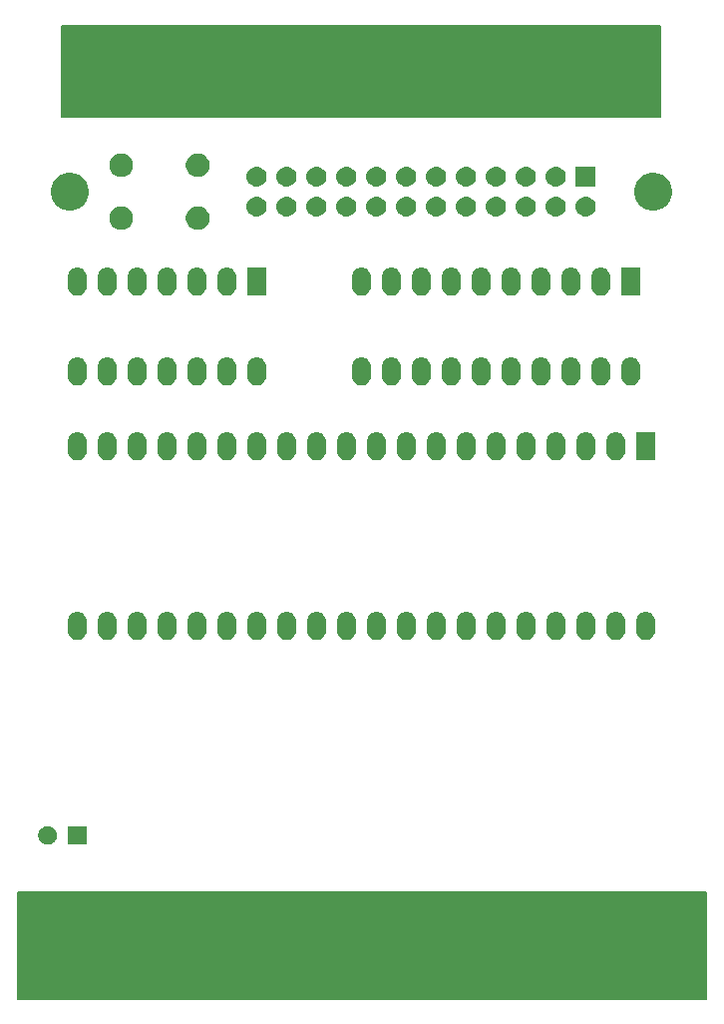
<source format=gbs>
G04 #@! TF.GenerationSoftware,KiCad,Pcbnew,(5.0.1-3-g963ef8bb5)*
G04 #@! TF.CreationDate,2020-03-26T19:19:19+01:00*
G04 #@! TF.ProjectId,C64_ieee488_interface_6821,4336345F696565653438385F696E7465,1.0*
G04 #@! TF.SameCoordinates,Original*
G04 #@! TF.FileFunction,Soldermask,Bot*
G04 #@! TF.FilePolarity,Negative*
%FSLAX46Y46*%
G04 Gerber Fmt 4.6, Leading zero omitted, Abs format (unit mm)*
G04 Created by KiCad (PCBNEW (5.0.1-3-g963ef8bb5)) date Donnerstag, 26. März 2020 um 19:19:19*
%MOMM*%
%LPD*%
G01*
G04 APERTURE LIST*
%ADD10C,0.150000*%
%ADD11C,0.100000*%
G04 APERTURE END LIST*
D10*
G04 #@! TO.C,J1*
G36*
X59760000Y-120410274D02*
X118180000Y-120410274D01*
X118180000Y-129427274D01*
X59760000Y-129427274D01*
X59760000Y-120410274D01*
G37*
X59760000Y-120410274D02*
X118180000Y-120410274D01*
X118180000Y-129427274D01*
X59760000Y-129427274D01*
X59760000Y-120410274D01*
G04 #@! TO.C,J2*
G36*
X63500000Y-46863000D02*
X114300000Y-46863000D01*
X114300000Y-54610000D01*
X63500000Y-54610000D01*
X63500000Y-46863000D01*
G37*
X63500000Y-46863000D02*
X114300000Y-46863000D01*
X114300000Y-54610000D01*
X63500000Y-54610000D01*
X63500000Y-46863000D01*
D11*
G36*
X65570000Y-116370000D02*
X63970000Y-116370000D01*
X63970000Y-114770000D01*
X65570000Y-114770000D01*
X65570000Y-116370000D01*
X65570000Y-116370000D01*
G37*
G36*
X62503352Y-114800743D02*
X62648941Y-114861048D01*
X62779973Y-114948601D01*
X62891399Y-115060027D01*
X62978952Y-115191059D01*
X63039257Y-115336648D01*
X63070000Y-115491205D01*
X63070000Y-115648795D01*
X63039257Y-115803352D01*
X62978952Y-115948941D01*
X62891399Y-116079973D01*
X62779973Y-116191399D01*
X62648941Y-116278952D01*
X62503352Y-116339257D01*
X62348795Y-116370000D01*
X62191205Y-116370000D01*
X62036648Y-116339257D01*
X61891059Y-116278952D01*
X61760027Y-116191399D01*
X61648601Y-116079973D01*
X61561048Y-115948941D01*
X61500743Y-115803352D01*
X61470000Y-115648795D01*
X61470000Y-115491205D01*
X61500743Y-115336648D01*
X61561048Y-115191059D01*
X61648601Y-115060027D01*
X61760027Y-114948601D01*
X61891059Y-114861048D01*
X62036648Y-114800743D01*
X62191205Y-114770000D01*
X62348795Y-114770000D01*
X62503352Y-114800743D01*
X62503352Y-114800743D01*
G37*
G36*
X70006827Y-96601576D02*
X70082228Y-96624449D01*
X70157629Y-96647321D01*
X70296608Y-96721608D01*
X70418422Y-96821578D01*
X70518392Y-96943392D01*
X70592679Y-97082371D01*
X70638424Y-97233174D01*
X70650000Y-97350705D01*
X70650000Y-98229295D01*
X70638424Y-98346826D01*
X70592679Y-98497629D01*
X70518392Y-98636608D01*
X70418425Y-98758419D01*
X70418423Y-98758420D01*
X70418422Y-98758422D01*
X70418418Y-98758425D01*
X70296604Y-98858394D01*
X70157628Y-98932679D01*
X70082226Y-98955552D01*
X70006826Y-98978424D01*
X69850000Y-98993870D01*
X69693173Y-98978424D01*
X69617773Y-98955552D01*
X69542371Y-98932679D01*
X69403392Y-98858392D01*
X69281581Y-98758425D01*
X69281580Y-98758423D01*
X69281578Y-98758422D01*
X69181607Y-98636605D01*
X69107322Y-98497629D01*
X69107321Y-98497628D01*
X69084448Y-98422226D01*
X69061576Y-98346826D01*
X69050000Y-98229292D01*
X69050000Y-97350707D01*
X69061577Y-97233173D01*
X69107322Y-97082372D01*
X69107322Y-97082371D01*
X69181609Y-96943392D01*
X69281579Y-96821578D01*
X69403393Y-96721608D01*
X69542372Y-96647321D01*
X69617773Y-96624449D01*
X69693174Y-96601576D01*
X69850000Y-96586130D01*
X70006827Y-96601576D01*
X70006827Y-96601576D01*
G37*
G36*
X72546827Y-96601576D02*
X72622228Y-96624449D01*
X72697629Y-96647321D01*
X72836608Y-96721608D01*
X72958422Y-96821578D01*
X73058392Y-96943392D01*
X73132679Y-97082371D01*
X73178424Y-97233174D01*
X73190000Y-97350705D01*
X73190000Y-98229295D01*
X73178424Y-98346826D01*
X73132679Y-98497629D01*
X73058392Y-98636608D01*
X72958425Y-98758419D01*
X72958423Y-98758420D01*
X72958422Y-98758422D01*
X72958418Y-98758425D01*
X72836604Y-98858394D01*
X72697628Y-98932679D01*
X72622226Y-98955552D01*
X72546826Y-98978424D01*
X72390000Y-98993870D01*
X72233173Y-98978424D01*
X72157773Y-98955552D01*
X72082371Y-98932679D01*
X71943392Y-98858392D01*
X71821581Y-98758425D01*
X71821580Y-98758423D01*
X71821578Y-98758422D01*
X71721607Y-98636605D01*
X71647322Y-98497629D01*
X71647321Y-98497628D01*
X71624448Y-98422226D01*
X71601576Y-98346826D01*
X71590000Y-98229292D01*
X71590000Y-97350707D01*
X71601577Y-97233173D01*
X71647322Y-97082372D01*
X71647322Y-97082371D01*
X71721609Y-96943392D01*
X71821579Y-96821578D01*
X71943393Y-96721608D01*
X72082372Y-96647321D01*
X72157773Y-96624449D01*
X72233174Y-96601576D01*
X72390000Y-96586130D01*
X72546827Y-96601576D01*
X72546827Y-96601576D01*
G37*
G36*
X75086827Y-96601576D02*
X75162228Y-96624449D01*
X75237629Y-96647321D01*
X75376608Y-96721608D01*
X75498422Y-96821578D01*
X75598392Y-96943392D01*
X75672679Y-97082371D01*
X75718424Y-97233174D01*
X75730000Y-97350705D01*
X75730000Y-98229295D01*
X75718424Y-98346826D01*
X75672679Y-98497629D01*
X75598392Y-98636608D01*
X75498425Y-98758419D01*
X75498423Y-98758420D01*
X75498422Y-98758422D01*
X75498418Y-98758425D01*
X75376604Y-98858394D01*
X75237628Y-98932679D01*
X75162226Y-98955552D01*
X75086826Y-98978424D01*
X74930000Y-98993870D01*
X74773173Y-98978424D01*
X74697773Y-98955552D01*
X74622371Y-98932679D01*
X74483392Y-98858392D01*
X74361581Y-98758425D01*
X74361580Y-98758423D01*
X74361578Y-98758422D01*
X74261607Y-98636605D01*
X74187322Y-98497629D01*
X74187321Y-98497628D01*
X74164448Y-98422226D01*
X74141576Y-98346826D01*
X74130000Y-98229292D01*
X74130000Y-97350707D01*
X74141577Y-97233173D01*
X74187322Y-97082372D01*
X74187322Y-97082371D01*
X74261609Y-96943392D01*
X74361579Y-96821578D01*
X74483393Y-96721608D01*
X74622372Y-96647321D01*
X74697773Y-96624449D01*
X74773174Y-96601576D01*
X74930000Y-96586130D01*
X75086827Y-96601576D01*
X75086827Y-96601576D01*
G37*
G36*
X77626827Y-96601576D02*
X77702228Y-96624449D01*
X77777629Y-96647321D01*
X77916608Y-96721608D01*
X78038422Y-96821578D01*
X78138392Y-96943392D01*
X78212679Y-97082371D01*
X78258424Y-97233174D01*
X78270000Y-97350705D01*
X78270000Y-98229295D01*
X78258424Y-98346826D01*
X78212679Y-98497629D01*
X78138392Y-98636608D01*
X78038425Y-98758419D01*
X78038423Y-98758420D01*
X78038422Y-98758422D01*
X78038418Y-98758425D01*
X77916604Y-98858394D01*
X77777628Y-98932679D01*
X77702226Y-98955552D01*
X77626826Y-98978424D01*
X77470000Y-98993870D01*
X77313173Y-98978424D01*
X77237773Y-98955552D01*
X77162371Y-98932679D01*
X77023392Y-98858392D01*
X76901581Y-98758425D01*
X76901580Y-98758423D01*
X76901578Y-98758422D01*
X76801607Y-98636605D01*
X76727322Y-98497629D01*
X76727321Y-98497628D01*
X76704448Y-98422226D01*
X76681576Y-98346826D01*
X76670000Y-98229292D01*
X76670000Y-97350707D01*
X76681577Y-97233173D01*
X76727322Y-97082372D01*
X76727322Y-97082371D01*
X76801609Y-96943392D01*
X76901579Y-96821578D01*
X77023393Y-96721608D01*
X77162372Y-96647321D01*
X77237773Y-96624449D01*
X77313174Y-96601576D01*
X77470000Y-96586130D01*
X77626827Y-96601576D01*
X77626827Y-96601576D01*
G37*
G36*
X80166827Y-96601576D02*
X80242228Y-96624449D01*
X80317629Y-96647321D01*
X80456608Y-96721608D01*
X80578422Y-96821578D01*
X80678392Y-96943392D01*
X80752679Y-97082371D01*
X80798424Y-97233174D01*
X80810000Y-97350705D01*
X80810000Y-98229295D01*
X80798424Y-98346826D01*
X80752679Y-98497629D01*
X80678392Y-98636608D01*
X80578425Y-98758419D01*
X80578423Y-98758420D01*
X80578422Y-98758422D01*
X80578418Y-98758425D01*
X80456604Y-98858394D01*
X80317628Y-98932679D01*
X80242226Y-98955552D01*
X80166826Y-98978424D01*
X80010000Y-98993870D01*
X79853173Y-98978424D01*
X79777773Y-98955552D01*
X79702371Y-98932679D01*
X79563392Y-98858392D01*
X79441581Y-98758425D01*
X79441580Y-98758423D01*
X79441578Y-98758422D01*
X79341607Y-98636605D01*
X79267322Y-98497629D01*
X79267321Y-98497628D01*
X79244448Y-98422226D01*
X79221576Y-98346826D01*
X79210000Y-98229292D01*
X79210000Y-97350707D01*
X79221577Y-97233173D01*
X79267322Y-97082372D01*
X79267322Y-97082371D01*
X79341609Y-96943392D01*
X79441579Y-96821578D01*
X79563393Y-96721608D01*
X79702372Y-96647321D01*
X79777773Y-96624449D01*
X79853174Y-96601576D01*
X80010000Y-96586130D01*
X80166827Y-96601576D01*
X80166827Y-96601576D01*
G37*
G36*
X82706827Y-96601576D02*
X82782228Y-96624449D01*
X82857629Y-96647321D01*
X82996608Y-96721608D01*
X83118422Y-96821578D01*
X83218392Y-96943392D01*
X83292679Y-97082371D01*
X83338424Y-97233174D01*
X83350000Y-97350705D01*
X83350000Y-98229295D01*
X83338424Y-98346826D01*
X83292679Y-98497629D01*
X83218392Y-98636608D01*
X83118425Y-98758419D01*
X83118423Y-98758420D01*
X83118422Y-98758422D01*
X83118418Y-98758425D01*
X82996604Y-98858394D01*
X82857628Y-98932679D01*
X82782226Y-98955552D01*
X82706826Y-98978424D01*
X82550000Y-98993870D01*
X82393173Y-98978424D01*
X82317773Y-98955552D01*
X82242371Y-98932679D01*
X82103392Y-98858392D01*
X81981581Y-98758425D01*
X81981580Y-98758423D01*
X81981578Y-98758422D01*
X81881607Y-98636605D01*
X81807322Y-98497629D01*
X81807321Y-98497628D01*
X81784448Y-98422226D01*
X81761576Y-98346826D01*
X81750000Y-98229292D01*
X81750000Y-97350707D01*
X81761577Y-97233173D01*
X81807322Y-97082372D01*
X81807322Y-97082371D01*
X81881609Y-96943392D01*
X81981579Y-96821578D01*
X82103393Y-96721608D01*
X82242372Y-96647321D01*
X82317773Y-96624449D01*
X82393174Y-96601576D01*
X82550000Y-96586130D01*
X82706827Y-96601576D01*
X82706827Y-96601576D01*
G37*
G36*
X85246827Y-96601576D02*
X85322228Y-96624449D01*
X85397629Y-96647321D01*
X85536608Y-96721608D01*
X85658422Y-96821578D01*
X85758392Y-96943392D01*
X85832679Y-97082371D01*
X85878424Y-97233174D01*
X85890000Y-97350705D01*
X85890000Y-98229295D01*
X85878424Y-98346826D01*
X85832679Y-98497629D01*
X85758392Y-98636608D01*
X85658425Y-98758419D01*
X85658423Y-98758420D01*
X85658422Y-98758422D01*
X85658418Y-98758425D01*
X85536604Y-98858394D01*
X85397628Y-98932679D01*
X85322226Y-98955552D01*
X85246826Y-98978424D01*
X85090000Y-98993870D01*
X84933173Y-98978424D01*
X84857773Y-98955552D01*
X84782371Y-98932679D01*
X84643392Y-98858392D01*
X84521581Y-98758425D01*
X84521580Y-98758423D01*
X84521578Y-98758422D01*
X84421607Y-98636605D01*
X84347322Y-98497629D01*
X84347321Y-98497628D01*
X84324448Y-98422226D01*
X84301576Y-98346826D01*
X84290000Y-98229292D01*
X84290000Y-97350707D01*
X84301577Y-97233173D01*
X84347322Y-97082372D01*
X84347322Y-97082371D01*
X84421609Y-96943392D01*
X84521579Y-96821578D01*
X84643393Y-96721608D01*
X84782372Y-96647321D01*
X84857773Y-96624449D01*
X84933174Y-96601576D01*
X85090000Y-96586130D01*
X85246827Y-96601576D01*
X85246827Y-96601576D01*
G37*
G36*
X87786827Y-96601576D02*
X87862228Y-96624449D01*
X87937629Y-96647321D01*
X88076608Y-96721608D01*
X88198422Y-96821578D01*
X88298392Y-96943392D01*
X88372679Y-97082371D01*
X88418424Y-97233174D01*
X88430000Y-97350705D01*
X88430000Y-98229295D01*
X88418424Y-98346826D01*
X88372679Y-98497629D01*
X88298392Y-98636608D01*
X88198425Y-98758419D01*
X88198423Y-98758420D01*
X88198422Y-98758422D01*
X88198418Y-98758425D01*
X88076604Y-98858394D01*
X87937628Y-98932679D01*
X87862226Y-98955552D01*
X87786826Y-98978424D01*
X87630000Y-98993870D01*
X87473173Y-98978424D01*
X87397773Y-98955552D01*
X87322371Y-98932679D01*
X87183392Y-98858392D01*
X87061581Y-98758425D01*
X87061580Y-98758423D01*
X87061578Y-98758422D01*
X86961607Y-98636605D01*
X86887322Y-98497629D01*
X86887321Y-98497628D01*
X86864448Y-98422226D01*
X86841576Y-98346826D01*
X86830000Y-98229292D01*
X86830000Y-97350707D01*
X86841577Y-97233173D01*
X86887322Y-97082372D01*
X86887322Y-97082371D01*
X86961609Y-96943392D01*
X87061579Y-96821578D01*
X87183393Y-96721608D01*
X87322372Y-96647321D01*
X87397773Y-96624449D01*
X87473174Y-96601576D01*
X87630000Y-96586130D01*
X87786827Y-96601576D01*
X87786827Y-96601576D01*
G37*
G36*
X90326827Y-96601576D02*
X90402228Y-96624449D01*
X90477629Y-96647321D01*
X90616608Y-96721608D01*
X90738422Y-96821578D01*
X90838392Y-96943392D01*
X90912679Y-97082371D01*
X90958424Y-97233174D01*
X90970000Y-97350705D01*
X90970000Y-98229295D01*
X90958424Y-98346826D01*
X90912679Y-98497629D01*
X90838392Y-98636608D01*
X90738425Y-98758419D01*
X90738423Y-98758420D01*
X90738422Y-98758422D01*
X90738418Y-98758425D01*
X90616604Y-98858394D01*
X90477628Y-98932679D01*
X90402226Y-98955552D01*
X90326826Y-98978424D01*
X90170000Y-98993870D01*
X90013173Y-98978424D01*
X89937773Y-98955552D01*
X89862371Y-98932679D01*
X89723392Y-98858392D01*
X89601581Y-98758425D01*
X89601580Y-98758423D01*
X89601578Y-98758422D01*
X89501607Y-98636605D01*
X89427322Y-98497629D01*
X89427321Y-98497628D01*
X89404448Y-98422226D01*
X89381576Y-98346826D01*
X89370000Y-98229292D01*
X89370000Y-97350707D01*
X89381577Y-97233173D01*
X89427322Y-97082372D01*
X89427322Y-97082371D01*
X89501609Y-96943392D01*
X89601579Y-96821578D01*
X89723393Y-96721608D01*
X89862372Y-96647321D01*
X89937773Y-96624449D01*
X90013174Y-96601576D01*
X90170000Y-96586130D01*
X90326827Y-96601576D01*
X90326827Y-96601576D01*
G37*
G36*
X92866827Y-96601576D02*
X92942228Y-96624449D01*
X93017629Y-96647321D01*
X93156608Y-96721608D01*
X93278422Y-96821578D01*
X93378392Y-96943392D01*
X93452679Y-97082371D01*
X93498424Y-97233174D01*
X93510000Y-97350705D01*
X93510000Y-98229295D01*
X93498424Y-98346826D01*
X93452679Y-98497629D01*
X93378392Y-98636608D01*
X93278425Y-98758419D01*
X93278423Y-98758420D01*
X93278422Y-98758422D01*
X93278418Y-98758425D01*
X93156604Y-98858394D01*
X93017628Y-98932679D01*
X92942226Y-98955552D01*
X92866826Y-98978424D01*
X92710000Y-98993870D01*
X92553173Y-98978424D01*
X92477773Y-98955552D01*
X92402371Y-98932679D01*
X92263392Y-98858392D01*
X92141581Y-98758425D01*
X92141580Y-98758423D01*
X92141578Y-98758422D01*
X92041607Y-98636605D01*
X91967322Y-98497629D01*
X91967321Y-98497628D01*
X91944448Y-98422226D01*
X91921576Y-98346826D01*
X91910000Y-98229292D01*
X91910000Y-97350707D01*
X91921577Y-97233173D01*
X91967322Y-97082372D01*
X91967322Y-97082371D01*
X92041609Y-96943392D01*
X92141579Y-96821578D01*
X92263393Y-96721608D01*
X92402372Y-96647321D01*
X92477773Y-96624449D01*
X92553174Y-96601576D01*
X92710000Y-96586130D01*
X92866827Y-96601576D01*
X92866827Y-96601576D01*
G37*
G36*
X95406827Y-96601576D02*
X95482228Y-96624449D01*
X95557629Y-96647321D01*
X95696608Y-96721608D01*
X95818422Y-96821578D01*
X95918392Y-96943392D01*
X95992679Y-97082371D01*
X96038424Y-97233174D01*
X96050000Y-97350705D01*
X96050000Y-98229295D01*
X96038424Y-98346826D01*
X95992679Y-98497629D01*
X95918392Y-98636608D01*
X95818425Y-98758419D01*
X95818423Y-98758420D01*
X95818422Y-98758422D01*
X95818418Y-98758425D01*
X95696604Y-98858394D01*
X95557628Y-98932679D01*
X95482226Y-98955552D01*
X95406826Y-98978424D01*
X95250000Y-98993870D01*
X95093173Y-98978424D01*
X95017773Y-98955552D01*
X94942371Y-98932679D01*
X94803392Y-98858392D01*
X94681581Y-98758425D01*
X94681580Y-98758423D01*
X94681578Y-98758422D01*
X94581607Y-98636605D01*
X94507322Y-98497629D01*
X94507321Y-98497628D01*
X94484448Y-98422226D01*
X94461576Y-98346826D01*
X94450000Y-98229292D01*
X94450000Y-97350707D01*
X94461577Y-97233173D01*
X94507322Y-97082372D01*
X94507322Y-97082371D01*
X94581609Y-96943392D01*
X94681579Y-96821578D01*
X94803393Y-96721608D01*
X94942372Y-96647321D01*
X95017773Y-96624449D01*
X95093174Y-96601576D01*
X95250000Y-96586130D01*
X95406827Y-96601576D01*
X95406827Y-96601576D01*
G37*
G36*
X97946827Y-96601576D02*
X98022228Y-96624449D01*
X98097629Y-96647321D01*
X98236608Y-96721608D01*
X98358422Y-96821578D01*
X98458392Y-96943392D01*
X98532679Y-97082371D01*
X98578424Y-97233174D01*
X98590000Y-97350705D01*
X98590000Y-98229295D01*
X98578424Y-98346826D01*
X98532679Y-98497629D01*
X98458392Y-98636608D01*
X98358425Y-98758419D01*
X98358423Y-98758420D01*
X98358422Y-98758422D01*
X98358418Y-98758425D01*
X98236604Y-98858394D01*
X98097628Y-98932679D01*
X98022226Y-98955552D01*
X97946826Y-98978424D01*
X97790000Y-98993870D01*
X97633173Y-98978424D01*
X97557773Y-98955552D01*
X97482371Y-98932679D01*
X97343392Y-98858392D01*
X97221581Y-98758425D01*
X97221580Y-98758423D01*
X97221578Y-98758422D01*
X97121607Y-98636605D01*
X97047322Y-98497629D01*
X97047321Y-98497628D01*
X97024448Y-98422226D01*
X97001576Y-98346826D01*
X96990000Y-98229292D01*
X96990000Y-97350707D01*
X97001577Y-97233173D01*
X97047322Y-97082372D01*
X97047322Y-97082371D01*
X97121609Y-96943392D01*
X97221579Y-96821578D01*
X97343393Y-96721608D01*
X97482372Y-96647321D01*
X97557773Y-96624449D01*
X97633174Y-96601576D01*
X97790000Y-96586130D01*
X97946827Y-96601576D01*
X97946827Y-96601576D01*
G37*
G36*
X100486827Y-96601576D02*
X100562228Y-96624449D01*
X100637629Y-96647321D01*
X100776608Y-96721608D01*
X100898422Y-96821578D01*
X100998392Y-96943392D01*
X101072679Y-97082371D01*
X101118424Y-97233174D01*
X101130000Y-97350705D01*
X101130000Y-98229295D01*
X101118424Y-98346826D01*
X101072679Y-98497629D01*
X100998392Y-98636608D01*
X100898425Y-98758419D01*
X100898423Y-98758420D01*
X100898422Y-98758422D01*
X100898418Y-98758425D01*
X100776604Y-98858394D01*
X100637628Y-98932679D01*
X100562226Y-98955552D01*
X100486826Y-98978424D01*
X100330000Y-98993870D01*
X100173173Y-98978424D01*
X100097773Y-98955552D01*
X100022371Y-98932679D01*
X99883392Y-98858392D01*
X99761581Y-98758425D01*
X99761580Y-98758423D01*
X99761578Y-98758422D01*
X99661607Y-98636605D01*
X99587322Y-98497629D01*
X99587321Y-98497628D01*
X99564448Y-98422226D01*
X99541576Y-98346826D01*
X99530000Y-98229292D01*
X99530000Y-97350707D01*
X99541577Y-97233173D01*
X99587322Y-97082372D01*
X99587322Y-97082371D01*
X99661609Y-96943392D01*
X99761579Y-96821578D01*
X99883393Y-96721608D01*
X100022372Y-96647321D01*
X100097773Y-96624449D01*
X100173174Y-96601576D01*
X100330000Y-96586130D01*
X100486827Y-96601576D01*
X100486827Y-96601576D01*
G37*
G36*
X103026827Y-96601576D02*
X103102228Y-96624449D01*
X103177629Y-96647321D01*
X103316608Y-96721608D01*
X103438422Y-96821578D01*
X103538392Y-96943392D01*
X103612679Y-97082371D01*
X103658424Y-97233174D01*
X103670000Y-97350705D01*
X103670000Y-98229295D01*
X103658424Y-98346826D01*
X103612679Y-98497629D01*
X103538392Y-98636608D01*
X103438425Y-98758419D01*
X103438423Y-98758420D01*
X103438422Y-98758422D01*
X103438418Y-98758425D01*
X103316604Y-98858394D01*
X103177628Y-98932679D01*
X103102226Y-98955552D01*
X103026826Y-98978424D01*
X102870000Y-98993870D01*
X102713173Y-98978424D01*
X102637773Y-98955552D01*
X102562371Y-98932679D01*
X102423392Y-98858392D01*
X102301581Y-98758425D01*
X102301580Y-98758423D01*
X102301578Y-98758422D01*
X102201607Y-98636605D01*
X102127322Y-98497629D01*
X102127321Y-98497628D01*
X102104448Y-98422226D01*
X102081576Y-98346826D01*
X102070000Y-98229292D01*
X102070000Y-97350707D01*
X102081577Y-97233173D01*
X102127322Y-97082372D01*
X102127322Y-97082371D01*
X102201609Y-96943392D01*
X102301579Y-96821578D01*
X102423393Y-96721608D01*
X102562372Y-96647321D01*
X102637773Y-96624449D01*
X102713174Y-96601576D01*
X102870000Y-96586130D01*
X103026827Y-96601576D01*
X103026827Y-96601576D01*
G37*
G36*
X105566827Y-96601576D02*
X105642228Y-96624449D01*
X105717629Y-96647321D01*
X105856608Y-96721608D01*
X105978422Y-96821578D01*
X106078392Y-96943392D01*
X106152679Y-97082371D01*
X106198424Y-97233174D01*
X106210000Y-97350705D01*
X106210000Y-98229295D01*
X106198424Y-98346826D01*
X106152679Y-98497629D01*
X106078392Y-98636608D01*
X105978425Y-98758419D01*
X105978423Y-98758420D01*
X105978422Y-98758422D01*
X105978418Y-98758425D01*
X105856604Y-98858394D01*
X105717628Y-98932679D01*
X105642226Y-98955552D01*
X105566826Y-98978424D01*
X105410000Y-98993870D01*
X105253173Y-98978424D01*
X105177773Y-98955552D01*
X105102371Y-98932679D01*
X104963392Y-98858392D01*
X104841581Y-98758425D01*
X104841580Y-98758423D01*
X104841578Y-98758422D01*
X104741607Y-98636605D01*
X104667322Y-98497629D01*
X104667321Y-98497628D01*
X104644448Y-98422226D01*
X104621576Y-98346826D01*
X104610000Y-98229292D01*
X104610000Y-97350707D01*
X104621577Y-97233173D01*
X104667322Y-97082372D01*
X104667322Y-97082371D01*
X104741609Y-96943392D01*
X104841579Y-96821578D01*
X104963393Y-96721608D01*
X105102372Y-96647321D01*
X105177773Y-96624449D01*
X105253174Y-96601576D01*
X105410000Y-96586130D01*
X105566827Y-96601576D01*
X105566827Y-96601576D01*
G37*
G36*
X108106827Y-96601576D02*
X108182228Y-96624449D01*
X108257629Y-96647321D01*
X108396608Y-96721608D01*
X108518422Y-96821578D01*
X108618392Y-96943392D01*
X108692679Y-97082371D01*
X108738424Y-97233174D01*
X108750000Y-97350705D01*
X108750000Y-98229295D01*
X108738424Y-98346826D01*
X108692679Y-98497629D01*
X108618392Y-98636608D01*
X108518425Y-98758419D01*
X108518423Y-98758420D01*
X108518422Y-98758422D01*
X108518418Y-98758425D01*
X108396604Y-98858394D01*
X108257628Y-98932679D01*
X108182226Y-98955552D01*
X108106826Y-98978424D01*
X107950000Y-98993870D01*
X107793173Y-98978424D01*
X107717773Y-98955552D01*
X107642371Y-98932679D01*
X107503392Y-98858392D01*
X107381581Y-98758425D01*
X107381580Y-98758423D01*
X107381578Y-98758422D01*
X107281607Y-98636605D01*
X107207322Y-98497629D01*
X107207321Y-98497628D01*
X107184448Y-98422226D01*
X107161576Y-98346826D01*
X107150000Y-98229292D01*
X107150000Y-97350707D01*
X107161577Y-97233173D01*
X107207322Y-97082372D01*
X107207322Y-97082371D01*
X107281609Y-96943392D01*
X107381579Y-96821578D01*
X107503393Y-96721608D01*
X107642372Y-96647321D01*
X107717773Y-96624449D01*
X107793174Y-96601576D01*
X107950000Y-96586130D01*
X108106827Y-96601576D01*
X108106827Y-96601576D01*
G37*
G36*
X110646827Y-96601576D02*
X110722228Y-96624449D01*
X110797629Y-96647321D01*
X110936608Y-96721608D01*
X111058422Y-96821578D01*
X111158392Y-96943392D01*
X111232679Y-97082371D01*
X111278424Y-97233174D01*
X111290000Y-97350705D01*
X111290000Y-98229295D01*
X111278424Y-98346826D01*
X111232679Y-98497629D01*
X111158392Y-98636608D01*
X111058425Y-98758419D01*
X111058423Y-98758420D01*
X111058422Y-98758422D01*
X111058418Y-98758425D01*
X110936604Y-98858394D01*
X110797628Y-98932679D01*
X110722226Y-98955552D01*
X110646826Y-98978424D01*
X110490000Y-98993870D01*
X110333173Y-98978424D01*
X110257773Y-98955552D01*
X110182371Y-98932679D01*
X110043392Y-98858392D01*
X109921581Y-98758425D01*
X109921580Y-98758423D01*
X109921578Y-98758422D01*
X109821607Y-98636605D01*
X109747322Y-98497629D01*
X109747321Y-98497628D01*
X109724448Y-98422226D01*
X109701576Y-98346826D01*
X109690000Y-98229292D01*
X109690000Y-97350707D01*
X109701577Y-97233173D01*
X109747322Y-97082372D01*
X109747322Y-97082371D01*
X109821609Y-96943392D01*
X109921579Y-96821578D01*
X110043393Y-96721608D01*
X110182372Y-96647321D01*
X110257773Y-96624449D01*
X110333174Y-96601576D01*
X110490000Y-96586130D01*
X110646827Y-96601576D01*
X110646827Y-96601576D01*
G37*
G36*
X113186827Y-96601576D02*
X113262228Y-96624449D01*
X113337629Y-96647321D01*
X113476608Y-96721608D01*
X113598422Y-96821578D01*
X113698392Y-96943392D01*
X113772679Y-97082371D01*
X113818424Y-97233174D01*
X113830000Y-97350705D01*
X113830000Y-98229295D01*
X113818424Y-98346826D01*
X113772679Y-98497629D01*
X113698392Y-98636608D01*
X113598425Y-98758419D01*
X113598423Y-98758420D01*
X113598422Y-98758422D01*
X113598418Y-98758425D01*
X113476604Y-98858394D01*
X113337628Y-98932679D01*
X113262226Y-98955552D01*
X113186826Y-98978424D01*
X113030000Y-98993870D01*
X112873173Y-98978424D01*
X112797773Y-98955552D01*
X112722371Y-98932679D01*
X112583392Y-98858392D01*
X112461581Y-98758425D01*
X112461580Y-98758423D01*
X112461578Y-98758422D01*
X112361607Y-98636605D01*
X112287322Y-98497629D01*
X112287321Y-98497628D01*
X112264448Y-98422226D01*
X112241576Y-98346826D01*
X112230000Y-98229292D01*
X112230000Y-97350707D01*
X112241577Y-97233173D01*
X112287322Y-97082372D01*
X112287322Y-97082371D01*
X112361609Y-96943392D01*
X112461579Y-96821578D01*
X112583393Y-96721608D01*
X112722372Y-96647321D01*
X112797773Y-96624449D01*
X112873174Y-96601576D01*
X113030000Y-96586130D01*
X113186827Y-96601576D01*
X113186827Y-96601576D01*
G37*
G36*
X64926827Y-96601576D02*
X65002228Y-96624449D01*
X65077629Y-96647321D01*
X65216608Y-96721608D01*
X65338422Y-96821578D01*
X65438392Y-96943392D01*
X65512679Y-97082371D01*
X65558424Y-97233174D01*
X65570000Y-97350705D01*
X65570000Y-98229295D01*
X65558424Y-98346826D01*
X65512679Y-98497629D01*
X65438392Y-98636608D01*
X65338425Y-98758419D01*
X65338423Y-98758420D01*
X65338422Y-98758422D01*
X65338418Y-98758425D01*
X65216604Y-98858394D01*
X65077628Y-98932679D01*
X65002226Y-98955552D01*
X64926826Y-98978424D01*
X64770000Y-98993870D01*
X64613173Y-98978424D01*
X64537773Y-98955552D01*
X64462371Y-98932679D01*
X64323392Y-98858392D01*
X64201581Y-98758425D01*
X64201580Y-98758423D01*
X64201578Y-98758422D01*
X64101607Y-98636605D01*
X64027322Y-98497629D01*
X64027321Y-98497628D01*
X64004448Y-98422226D01*
X63981576Y-98346826D01*
X63970000Y-98229292D01*
X63970000Y-97350707D01*
X63981577Y-97233173D01*
X64027322Y-97082372D01*
X64027322Y-97082371D01*
X64101609Y-96943392D01*
X64201579Y-96821578D01*
X64323393Y-96721608D01*
X64462372Y-96647321D01*
X64537773Y-96624449D01*
X64613174Y-96601576D01*
X64770000Y-96586130D01*
X64926827Y-96601576D01*
X64926827Y-96601576D01*
G37*
G36*
X67466827Y-96601576D02*
X67542228Y-96624449D01*
X67617629Y-96647321D01*
X67756608Y-96721608D01*
X67878422Y-96821578D01*
X67978392Y-96943392D01*
X68052679Y-97082371D01*
X68098424Y-97233174D01*
X68110000Y-97350705D01*
X68110000Y-98229295D01*
X68098424Y-98346826D01*
X68052679Y-98497629D01*
X67978392Y-98636608D01*
X67878425Y-98758419D01*
X67878423Y-98758420D01*
X67878422Y-98758422D01*
X67878418Y-98758425D01*
X67756604Y-98858394D01*
X67617628Y-98932679D01*
X67542226Y-98955552D01*
X67466826Y-98978424D01*
X67310000Y-98993870D01*
X67153173Y-98978424D01*
X67077773Y-98955552D01*
X67002371Y-98932679D01*
X66863392Y-98858392D01*
X66741581Y-98758425D01*
X66741580Y-98758423D01*
X66741578Y-98758422D01*
X66641607Y-98636605D01*
X66567322Y-98497629D01*
X66567321Y-98497628D01*
X66544448Y-98422226D01*
X66521576Y-98346826D01*
X66510000Y-98229292D01*
X66510000Y-97350707D01*
X66521577Y-97233173D01*
X66567322Y-97082372D01*
X66567322Y-97082371D01*
X66641609Y-96943392D01*
X66741579Y-96821578D01*
X66863393Y-96721608D01*
X67002372Y-96647321D01*
X67077773Y-96624449D01*
X67153174Y-96601576D01*
X67310000Y-96586130D01*
X67466827Y-96601576D01*
X67466827Y-96601576D01*
G37*
G36*
X72546827Y-81361576D02*
X72622228Y-81384449D01*
X72697629Y-81407321D01*
X72836608Y-81481608D01*
X72958422Y-81581578D01*
X73058392Y-81703392D01*
X73132679Y-81842371D01*
X73178424Y-81993174D01*
X73190000Y-82110705D01*
X73190000Y-82989295D01*
X73178424Y-83106826D01*
X73132679Y-83257629D01*
X73058392Y-83396608D01*
X72958425Y-83518419D01*
X72958423Y-83518420D01*
X72958422Y-83518422D01*
X72958418Y-83518425D01*
X72836604Y-83618394D01*
X72697628Y-83692679D01*
X72622226Y-83715552D01*
X72546826Y-83738424D01*
X72390000Y-83753870D01*
X72233173Y-83738424D01*
X72157773Y-83715552D01*
X72082371Y-83692679D01*
X71943392Y-83618392D01*
X71821581Y-83518425D01*
X71821580Y-83518423D01*
X71821578Y-83518422D01*
X71721607Y-83396605D01*
X71647322Y-83257629D01*
X71647321Y-83257628D01*
X71624449Y-83182227D01*
X71601576Y-83106826D01*
X71590000Y-82989292D01*
X71590000Y-82110707D01*
X71601577Y-81993173D01*
X71647322Y-81842372D01*
X71647322Y-81842371D01*
X71721609Y-81703392D01*
X71821579Y-81581578D01*
X71943393Y-81481608D01*
X72082372Y-81407321D01*
X72157773Y-81384449D01*
X72233174Y-81361576D01*
X72390000Y-81346130D01*
X72546827Y-81361576D01*
X72546827Y-81361576D01*
G37*
G36*
X64926827Y-81361576D02*
X65002228Y-81384449D01*
X65077629Y-81407321D01*
X65216608Y-81481608D01*
X65338422Y-81581578D01*
X65438392Y-81703392D01*
X65512679Y-81842371D01*
X65558424Y-81993174D01*
X65570000Y-82110705D01*
X65570000Y-82989295D01*
X65558424Y-83106826D01*
X65512679Y-83257629D01*
X65438392Y-83396608D01*
X65338425Y-83518419D01*
X65338423Y-83518420D01*
X65338422Y-83518422D01*
X65338418Y-83518425D01*
X65216604Y-83618394D01*
X65077628Y-83692679D01*
X65002226Y-83715552D01*
X64926826Y-83738424D01*
X64770000Y-83753870D01*
X64613173Y-83738424D01*
X64537773Y-83715552D01*
X64462371Y-83692679D01*
X64323392Y-83618392D01*
X64201581Y-83518425D01*
X64201580Y-83518423D01*
X64201578Y-83518422D01*
X64101607Y-83396605D01*
X64027322Y-83257629D01*
X64027321Y-83257628D01*
X64004449Y-83182227D01*
X63981576Y-83106826D01*
X63970000Y-82989292D01*
X63970000Y-82110707D01*
X63981577Y-81993173D01*
X64027322Y-81842372D01*
X64027322Y-81842371D01*
X64101609Y-81703392D01*
X64201579Y-81581578D01*
X64323393Y-81481608D01*
X64462372Y-81407321D01*
X64537773Y-81384449D01*
X64613174Y-81361576D01*
X64770000Y-81346130D01*
X64926827Y-81361576D01*
X64926827Y-81361576D01*
G37*
G36*
X70006827Y-81361576D02*
X70082228Y-81384449D01*
X70157629Y-81407321D01*
X70296608Y-81481608D01*
X70418422Y-81581578D01*
X70518392Y-81703392D01*
X70592679Y-81842371D01*
X70638424Y-81993174D01*
X70650000Y-82110705D01*
X70650000Y-82989295D01*
X70638424Y-83106826D01*
X70592679Y-83257629D01*
X70518392Y-83396608D01*
X70418425Y-83518419D01*
X70418423Y-83518420D01*
X70418422Y-83518422D01*
X70418418Y-83518425D01*
X70296604Y-83618394D01*
X70157628Y-83692679D01*
X70082226Y-83715552D01*
X70006826Y-83738424D01*
X69850000Y-83753870D01*
X69693173Y-83738424D01*
X69617773Y-83715552D01*
X69542371Y-83692679D01*
X69403392Y-83618392D01*
X69281581Y-83518425D01*
X69281580Y-83518423D01*
X69281578Y-83518422D01*
X69181607Y-83396605D01*
X69107322Y-83257629D01*
X69107321Y-83257628D01*
X69084449Y-83182227D01*
X69061576Y-83106826D01*
X69050000Y-82989292D01*
X69050000Y-82110707D01*
X69061577Y-81993173D01*
X69107322Y-81842372D01*
X69107322Y-81842371D01*
X69181609Y-81703392D01*
X69281579Y-81581578D01*
X69403393Y-81481608D01*
X69542372Y-81407321D01*
X69617773Y-81384449D01*
X69693174Y-81361576D01*
X69850000Y-81346130D01*
X70006827Y-81361576D01*
X70006827Y-81361576D01*
G37*
G36*
X67466827Y-81361576D02*
X67542228Y-81384449D01*
X67617629Y-81407321D01*
X67756608Y-81481608D01*
X67878422Y-81581578D01*
X67978392Y-81703392D01*
X68052679Y-81842371D01*
X68098424Y-81993174D01*
X68110000Y-82110705D01*
X68110000Y-82989295D01*
X68098424Y-83106826D01*
X68052679Y-83257629D01*
X67978392Y-83396608D01*
X67878425Y-83518419D01*
X67878423Y-83518420D01*
X67878422Y-83518422D01*
X67878418Y-83518425D01*
X67756604Y-83618394D01*
X67617628Y-83692679D01*
X67542226Y-83715552D01*
X67466826Y-83738424D01*
X67310000Y-83753870D01*
X67153173Y-83738424D01*
X67077773Y-83715552D01*
X67002371Y-83692679D01*
X66863392Y-83618392D01*
X66741581Y-83518425D01*
X66741580Y-83518423D01*
X66741578Y-83518422D01*
X66641607Y-83396605D01*
X66567322Y-83257629D01*
X66567321Y-83257628D01*
X66544449Y-83182227D01*
X66521576Y-83106826D01*
X66510000Y-82989292D01*
X66510000Y-82110707D01*
X66521577Y-81993173D01*
X66567322Y-81842372D01*
X66567322Y-81842371D01*
X66641609Y-81703392D01*
X66741579Y-81581578D01*
X66863393Y-81481608D01*
X67002372Y-81407321D01*
X67077773Y-81384449D01*
X67153174Y-81361576D01*
X67310000Y-81346130D01*
X67466827Y-81361576D01*
X67466827Y-81361576D01*
G37*
G36*
X75086827Y-81361576D02*
X75162228Y-81384449D01*
X75237629Y-81407321D01*
X75376608Y-81481608D01*
X75498422Y-81581578D01*
X75598392Y-81703392D01*
X75672679Y-81842371D01*
X75718424Y-81993174D01*
X75730000Y-82110705D01*
X75730000Y-82989295D01*
X75718424Y-83106826D01*
X75672679Y-83257629D01*
X75598392Y-83396608D01*
X75498425Y-83518419D01*
X75498423Y-83518420D01*
X75498422Y-83518422D01*
X75498418Y-83518425D01*
X75376604Y-83618394D01*
X75237628Y-83692679D01*
X75162226Y-83715552D01*
X75086826Y-83738424D01*
X74930000Y-83753870D01*
X74773173Y-83738424D01*
X74697773Y-83715552D01*
X74622371Y-83692679D01*
X74483392Y-83618392D01*
X74361581Y-83518425D01*
X74361580Y-83518423D01*
X74361578Y-83518422D01*
X74261607Y-83396605D01*
X74187322Y-83257629D01*
X74187321Y-83257628D01*
X74164449Y-83182227D01*
X74141576Y-83106826D01*
X74130000Y-82989292D01*
X74130000Y-82110707D01*
X74141577Y-81993173D01*
X74187322Y-81842372D01*
X74187322Y-81842371D01*
X74261609Y-81703392D01*
X74361579Y-81581578D01*
X74483393Y-81481608D01*
X74622372Y-81407321D01*
X74697773Y-81384449D01*
X74773174Y-81361576D01*
X74930000Y-81346130D01*
X75086827Y-81361576D01*
X75086827Y-81361576D01*
G37*
G36*
X77626827Y-81361576D02*
X77702228Y-81384449D01*
X77777629Y-81407321D01*
X77916608Y-81481608D01*
X78038422Y-81581578D01*
X78138392Y-81703392D01*
X78212679Y-81842371D01*
X78258424Y-81993174D01*
X78270000Y-82110705D01*
X78270000Y-82989295D01*
X78258424Y-83106826D01*
X78212679Y-83257629D01*
X78138392Y-83396608D01*
X78038425Y-83518419D01*
X78038423Y-83518420D01*
X78038422Y-83518422D01*
X78038418Y-83518425D01*
X77916604Y-83618394D01*
X77777628Y-83692679D01*
X77702226Y-83715552D01*
X77626826Y-83738424D01*
X77470000Y-83753870D01*
X77313173Y-83738424D01*
X77237773Y-83715552D01*
X77162371Y-83692679D01*
X77023392Y-83618392D01*
X76901581Y-83518425D01*
X76901580Y-83518423D01*
X76901578Y-83518422D01*
X76801607Y-83396605D01*
X76727322Y-83257629D01*
X76727321Y-83257628D01*
X76704449Y-83182227D01*
X76681576Y-83106826D01*
X76670000Y-82989292D01*
X76670000Y-82110707D01*
X76681577Y-81993173D01*
X76727322Y-81842372D01*
X76727322Y-81842371D01*
X76801609Y-81703392D01*
X76901579Y-81581578D01*
X77023393Y-81481608D01*
X77162372Y-81407321D01*
X77237773Y-81384449D01*
X77313174Y-81361576D01*
X77470000Y-81346130D01*
X77626827Y-81361576D01*
X77626827Y-81361576D01*
G37*
G36*
X80166827Y-81361576D02*
X80242228Y-81384449D01*
X80317629Y-81407321D01*
X80456608Y-81481608D01*
X80578422Y-81581578D01*
X80678392Y-81703392D01*
X80752679Y-81842371D01*
X80798424Y-81993174D01*
X80810000Y-82110705D01*
X80810000Y-82989295D01*
X80798424Y-83106826D01*
X80752679Y-83257629D01*
X80678392Y-83396608D01*
X80578425Y-83518419D01*
X80578423Y-83518420D01*
X80578422Y-83518422D01*
X80578418Y-83518425D01*
X80456604Y-83618394D01*
X80317628Y-83692679D01*
X80242226Y-83715552D01*
X80166826Y-83738424D01*
X80010000Y-83753870D01*
X79853173Y-83738424D01*
X79777773Y-83715552D01*
X79702371Y-83692679D01*
X79563392Y-83618392D01*
X79441581Y-83518425D01*
X79441580Y-83518423D01*
X79441578Y-83518422D01*
X79341607Y-83396605D01*
X79267322Y-83257629D01*
X79267321Y-83257628D01*
X79244449Y-83182227D01*
X79221576Y-83106826D01*
X79210000Y-82989292D01*
X79210000Y-82110707D01*
X79221577Y-81993173D01*
X79267322Y-81842372D01*
X79267322Y-81842371D01*
X79341609Y-81703392D01*
X79441579Y-81581578D01*
X79563393Y-81481608D01*
X79702372Y-81407321D01*
X79777773Y-81384449D01*
X79853174Y-81361576D01*
X80010000Y-81346130D01*
X80166827Y-81361576D01*
X80166827Y-81361576D01*
G37*
G36*
X82706827Y-81361576D02*
X82782228Y-81384449D01*
X82857629Y-81407321D01*
X82996608Y-81481608D01*
X83118422Y-81581578D01*
X83218392Y-81703392D01*
X83292679Y-81842371D01*
X83338424Y-81993174D01*
X83350000Y-82110705D01*
X83350000Y-82989295D01*
X83338424Y-83106826D01*
X83292679Y-83257629D01*
X83218392Y-83396608D01*
X83118425Y-83518419D01*
X83118423Y-83518420D01*
X83118422Y-83518422D01*
X83118418Y-83518425D01*
X82996604Y-83618394D01*
X82857628Y-83692679D01*
X82782226Y-83715552D01*
X82706826Y-83738424D01*
X82550000Y-83753870D01*
X82393173Y-83738424D01*
X82317773Y-83715552D01*
X82242371Y-83692679D01*
X82103392Y-83618392D01*
X81981581Y-83518425D01*
X81981580Y-83518423D01*
X81981578Y-83518422D01*
X81881607Y-83396605D01*
X81807322Y-83257629D01*
X81807321Y-83257628D01*
X81784449Y-83182227D01*
X81761576Y-83106826D01*
X81750000Y-82989292D01*
X81750000Y-82110707D01*
X81761577Y-81993173D01*
X81807322Y-81842372D01*
X81807322Y-81842371D01*
X81881609Y-81703392D01*
X81981579Y-81581578D01*
X82103393Y-81481608D01*
X82242372Y-81407321D01*
X82317773Y-81384449D01*
X82393174Y-81361576D01*
X82550000Y-81346130D01*
X82706827Y-81361576D01*
X82706827Y-81361576D01*
G37*
G36*
X90326827Y-81361576D02*
X90402228Y-81384449D01*
X90477629Y-81407321D01*
X90616608Y-81481608D01*
X90738422Y-81581578D01*
X90838392Y-81703392D01*
X90912679Y-81842371D01*
X90958424Y-81993174D01*
X90970000Y-82110705D01*
X90970000Y-82989295D01*
X90958424Y-83106826D01*
X90912679Y-83257629D01*
X90838392Y-83396608D01*
X90738425Y-83518419D01*
X90738423Y-83518420D01*
X90738422Y-83518422D01*
X90738418Y-83518425D01*
X90616604Y-83618394D01*
X90477628Y-83692679D01*
X90402226Y-83715552D01*
X90326826Y-83738424D01*
X90170000Y-83753870D01*
X90013173Y-83738424D01*
X89937773Y-83715552D01*
X89862371Y-83692679D01*
X89723392Y-83618392D01*
X89601581Y-83518425D01*
X89601580Y-83518423D01*
X89601578Y-83518422D01*
X89501607Y-83396605D01*
X89427322Y-83257629D01*
X89427321Y-83257628D01*
X89404449Y-83182227D01*
X89381576Y-83106826D01*
X89370000Y-82989292D01*
X89370000Y-82110707D01*
X89381577Y-81993173D01*
X89427322Y-81842372D01*
X89427322Y-81842371D01*
X89501609Y-81703392D01*
X89601579Y-81581578D01*
X89723393Y-81481608D01*
X89862372Y-81407321D01*
X89937773Y-81384449D01*
X90013174Y-81361576D01*
X90170000Y-81346130D01*
X90326827Y-81361576D01*
X90326827Y-81361576D01*
G37*
G36*
X85246827Y-81361576D02*
X85322228Y-81384449D01*
X85397629Y-81407321D01*
X85536608Y-81481608D01*
X85658422Y-81581578D01*
X85758392Y-81703392D01*
X85832679Y-81842371D01*
X85878424Y-81993174D01*
X85890000Y-82110705D01*
X85890000Y-82989295D01*
X85878424Y-83106826D01*
X85832679Y-83257629D01*
X85758392Y-83396608D01*
X85658425Y-83518419D01*
X85658423Y-83518420D01*
X85658422Y-83518422D01*
X85658418Y-83518425D01*
X85536604Y-83618394D01*
X85397628Y-83692679D01*
X85322226Y-83715552D01*
X85246826Y-83738424D01*
X85090000Y-83753870D01*
X84933173Y-83738424D01*
X84857773Y-83715552D01*
X84782371Y-83692679D01*
X84643392Y-83618392D01*
X84521581Y-83518425D01*
X84521580Y-83518423D01*
X84521578Y-83518422D01*
X84421607Y-83396605D01*
X84347322Y-83257629D01*
X84347321Y-83257628D01*
X84324449Y-83182227D01*
X84301576Y-83106826D01*
X84290000Y-82989292D01*
X84290000Y-82110707D01*
X84301577Y-81993173D01*
X84347322Y-81842372D01*
X84347322Y-81842371D01*
X84421609Y-81703392D01*
X84521579Y-81581578D01*
X84643393Y-81481608D01*
X84782372Y-81407321D01*
X84857773Y-81384449D01*
X84933174Y-81361576D01*
X85090000Y-81346130D01*
X85246827Y-81361576D01*
X85246827Y-81361576D01*
G37*
G36*
X110646827Y-81361576D02*
X110722228Y-81384449D01*
X110797629Y-81407321D01*
X110936608Y-81481608D01*
X111058422Y-81581578D01*
X111158392Y-81703392D01*
X111232679Y-81842371D01*
X111278424Y-81993174D01*
X111290000Y-82110705D01*
X111290000Y-82989295D01*
X111278424Y-83106826D01*
X111232679Y-83257629D01*
X111158392Y-83396608D01*
X111058425Y-83518419D01*
X111058423Y-83518420D01*
X111058422Y-83518422D01*
X111058418Y-83518425D01*
X110936604Y-83618394D01*
X110797628Y-83692679D01*
X110722226Y-83715552D01*
X110646826Y-83738424D01*
X110490000Y-83753870D01*
X110333173Y-83738424D01*
X110257773Y-83715552D01*
X110182371Y-83692679D01*
X110043392Y-83618392D01*
X109921581Y-83518425D01*
X109921580Y-83518423D01*
X109921578Y-83518422D01*
X109821607Y-83396605D01*
X109747322Y-83257629D01*
X109747321Y-83257628D01*
X109724448Y-83182226D01*
X109701576Y-83106826D01*
X109690000Y-82989292D01*
X109690000Y-82110707D01*
X109701577Y-81993173D01*
X109747322Y-81842372D01*
X109747322Y-81842371D01*
X109821609Y-81703392D01*
X109921579Y-81581578D01*
X110043393Y-81481608D01*
X110182372Y-81407321D01*
X110257773Y-81384449D01*
X110333174Y-81361576D01*
X110490000Y-81346130D01*
X110646827Y-81361576D01*
X110646827Y-81361576D01*
G37*
G36*
X108106827Y-81361576D02*
X108182228Y-81384449D01*
X108257629Y-81407321D01*
X108396608Y-81481608D01*
X108518422Y-81581578D01*
X108618392Y-81703392D01*
X108692679Y-81842371D01*
X108738424Y-81993174D01*
X108750000Y-82110705D01*
X108750000Y-82989295D01*
X108738424Y-83106826D01*
X108692679Y-83257629D01*
X108618392Y-83396608D01*
X108518425Y-83518419D01*
X108518423Y-83518420D01*
X108518422Y-83518422D01*
X108518418Y-83518425D01*
X108396604Y-83618394D01*
X108257628Y-83692679D01*
X108182226Y-83715552D01*
X108106826Y-83738424D01*
X107950000Y-83753870D01*
X107793173Y-83738424D01*
X107717773Y-83715552D01*
X107642371Y-83692679D01*
X107503392Y-83618392D01*
X107381581Y-83518425D01*
X107381580Y-83518423D01*
X107381578Y-83518422D01*
X107281607Y-83396605D01*
X107207322Y-83257629D01*
X107207321Y-83257628D01*
X107184448Y-83182226D01*
X107161576Y-83106826D01*
X107150000Y-82989292D01*
X107150000Y-82110707D01*
X107161577Y-81993173D01*
X107207322Y-81842372D01*
X107207322Y-81842371D01*
X107281609Y-81703392D01*
X107381579Y-81581578D01*
X107503393Y-81481608D01*
X107642372Y-81407321D01*
X107717773Y-81384449D01*
X107793174Y-81361576D01*
X107950000Y-81346130D01*
X108106827Y-81361576D01*
X108106827Y-81361576D01*
G37*
G36*
X105566827Y-81361576D02*
X105642228Y-81384449D01*
X105717629Y-81407321D01*
X105856608Y-81481608D01*
X105978422Y-81581578D01*
X106078392Y-81703392D01*
X106152679Y-81842371D01*
X106198424Y-81993174D01*
X106210000Y-82110705D01*
X106210000Y-82989295D01*
X106198424Y-83106826D01*
X106152679Y-83257629D01*
X106078392Y-83396608D01*
X105978425Y-83518419D01*
X105978423Y-83518420D01*
X105978422Y-83518422D01*
X105978418Y-83518425D01*
X105856604Y-83618394D01*
X105717628Y-83692679D01*
X105642226Y-83715552D01*
X105566826Y-83738424D01*
X105410000Y-83753870D01*
X105253173Y-83738424D01*
X105177773Y-83715552D01*
X105102371Y-83692679D01*
X104963392Y-83618392D01*
X104841581Y-83518425D01*
X104841580Y-83518423D01*
X104841578Y-83518422D01*
X104741607Y-83396605D01*
X104667322Y-83257629D01*
X104667321Y-83257628D01*
X104644448Y-83182226D01*
X104621576Y-83106826D01*
X104610000Y-82989292D01*
X104610000Y-82110707D01*
X104621577Y-81993173D01*
X104667322Y-81842372D01*
X104667322Y-81842371D01*
X104741609Y-81703392D01*
X104841579Y-81581578D01*
X104963393Y-81481608D01*
X105102372Y-81407321D01*
X105177773Y-81384449D01*
X105253174Y-81361576D01*
X105410000Y-81346130D01*
X105566827Y-81361576D01*
X105566827Y-81361576D01*
G37*
G36*
X103026827Y-81361576D02*
X103102228Y-81384449D01*
X103177629Y-81407321D01*
X103316608Y-81481608D01*
X103438422Y-81581578D01*
X103538392Y-81703392D01*
X103612679Y-81842371D01*
X103658424Y-81993174D01*
X103670000Y-82110705D01*
X103670000Y-82989295D01*
X103658424Y-83106826D01*
X103612679Y-83257629D01*
X103538392Y-83396608D01*
X103438425Y-83518419D01*
X103438423Y-83518420D01*
X103438422Y-83518422D01*
X103438418Y-83518425D01*
X103316604Y-83618394D01*
X103177628Y-83692679D01*
X103102226Y-83715552D01*
X103026826Y-83738424D01*
X102870000Y-83753870D01*
X102713173Y-83738424D01*
X102637773Y-83715552D01*
X102562371Y-83692679D01*
X102423392Y-83618392D01*
X102301581Y-83518425D01*
X102301580Y-83518423D01*
X102301578Y-83518422D01*
X102201607Y-83396605D01*
X102127322Y-83257629D01*
X102127321Y-83257628D01*
X102104448Y-83182226D01*
X102081576Y-83106826D01*
X102070000Y-82989292D01*
X102070000Y-82110707D01*
X102081577Y-81993173D01*
X102127322Y-81842372D01*
X102127322Y-81842371D01*
X102201609Y-81703392D01*
X102301579Y-81581578D01*
X102423393Y-81481608D01*
X102562372Y-81407321D01*
X102637773Y-81384449D01*
X102713174Y-81361576D01*
X102870000Y-81346130D01*
X103026827Y-81361576D01*
X103026827Y-81361576D01*
G37*
G36*
X100486827Y-81361576D02*
X100562228Y-81384449D01*
X100637629Y-81407321D01*
X100776608Y-81481608D01*
X100898422Y-81581578D01*
X100998392Y-81703392D01*
X101072679Y-81842371D01*
X101118424Y-81993174D01*
X101130000Y-82110705D01*
X101130000Y-82989295D01*
X101118424Y-83106826D01*
X101072679Y-83257629D01*
X100998392Y-83396608D01*
X100898425Y-83518419D01*
X100898423Y-83518420D01*
X100898422Y-83518422D01*
X100898418Y-83518425D01*
X100776604Y-83618394D01*
X100637628Y-83692679D01*
X100562226Y-83715552D01*
X100486826Y-83738424D01*
X100330000Y-83753870D01*
X100173173Y-83738424D01*
X100097773Y-83715552D01*
X100022371Y-83692679D01*
X99883392Y-83618392D01*
X99761581Y-83518425D01*
X99761580Y-83518423D01*
X99761578Y-83518422D01*
X99661607Y-83396605D01*
X99587322Y-83257629D01*
X99587321Y-83257628D01*
X99564448Y-83182226D01*
X99541576Y-83106826D01*
X99530000Y-82989292D01*
X99530000Y-82110707D01*
X99541577Y-81993173D01*
X99587322Y-81842372D01*
X99587322Y-81842371D01*
X99661609Y-81703392D01*
X99761579Y-81581578D01*
X99883393Y-81481608D01*
X100022372Y-81407321D01*
X100097773Y-81384449D01*
X100173174Y-81361576D01*
X100330000Y-81346130D01*
X100486827Y-81361576D01*
X100486827Y-81361576D01*
G37*
G36*
X97946827Y-81361576D02*
X98022228Y-81384449D01*
X98097629Y-81407321D01*
X98236608Y-81481608D01*
X98358422Y-81581578D01*
X98458392Y-81703392D01*
X98532679Y-81842371D01*
X98578424Y-81993174D01*
X98590000Y-82110705D01*
X98590000Y-82989295D01*
X98578424Y-83106826D01*
X98532679Y-83257629D01*
X98458392Y-83396608D01*
X98358425Y-83518419D01*
X98358423Y-83518420D01*
X98358422Y-83518422D01*
X98358418Y-83518425D01*
X98236604Y-83618394D01*
X98097628Y-83692679D01*
X98022226Y-83715552D01*
X97946826Y-83738424D01*
X97790000Y-83753870D01*
X97633173Y-83738424D01*
X97557773Y-83715552D01*
X97482371Y-83692679D01*
X97343392Y-83618392D01*
X97221581Y-83518425D01*
X97221580Y-83518423D01*
X97221578Y-83518422D01*
X97121607Y-83396605D01*
X97047322Y-83257629D01*
X97047321Y-83257628D01*
X97024448Y-83182226D01*
X97001576Y-83106826D01*
X96990000Y-82989292D01*
X96990000Y-82110707D01*
X97001577Y-81993173D01*
X97047322Y-81842372D01*
X97047322Y-81842371D01*
X97121609Y-81703392D01*
X97221579Y-81581578D01*
X97343393Y-81481608D01*
X97482372Y-81407321D01*
X97557773Y-81384449D01*
X97633174Y-81361576D01*
X97790000Y-81346130D01*
X97946827Y-81361576D01*
X97946827Y-81361576D01*
G37*
G36*
X95406827Y-81361576D02*
X95482228Y-81384449D01*
X95557629Y-81407321D01*
X95696608Y-81481608D01*
X95818422Y-81581578D01*
X95918392Y-81703392D01*
X95992679Y-81842371D01*
X96038424Y-81993174D01*
X96050000Y-82110705D01*
X96050000Y-82989295D01*
X96038424Y-83106826D01*
X95992679Y-83257629D01*
X95918392Y-83396608D01*
X95818425Y-83518419D01*
X95818423Y-83518420D01*
X95818422Y-83518422D01*
X95818418Y-83518425D01*
X95696604Y-83618394D01*
X95557628Y-83692679D01*
X95482226Y-83715552D01*
X95406826Y-83738424D01*
X95250000Y-83753870D01*
X95093173Y-83738424D01*
X95017773Y-83715552D01*
X94942371Y-83692679D01*
X94803392Y-83618392D01*
X94681581Y-83518425D01*
X94681580Y-83518423D01*
X94681578Y-83518422D01*
X94581607Y-83396605D01*
X94507322Y-83257629D01*
X94507321Y-83257628D01*
X94484448Y-83182226D01*
X94461576Y-83106826D01*
X94450000Y-82989292D01*
X94450000Y-82110707D01*
X94461577Y-81993173D01*
X94507322Y-81842372D01*
X94507322Y-81842371D01*
X94581609Y-81703392D01*
X94681579Y-81581578D01*
X94803393Y-81481608D01*
X94942372Y-81407321D01*
X95017773Y-81384449D01*
X95093174Y-81361576D01*
X95250000Y-81346130D01*
X95406827Y-81361576D01*
X95406827Y-81361576D01*
G37*
G36*
X92866827Y-81361576D02*
X92942228Y-81384449D01*
X93017629Y-81407321D01*
X93156608Y-81481608D01*
X93278422Y-81581578D01*
X93378392Y-81703392D01*
X93452679Y-81842371D01*
X93498424Y-81993174D01*
X93510000Y-82110705D01*
X93510000Y-82989295D01*
X93498424Y-83106826D01*
X93452679Y-83257629D01*
X93378392Y-83396608D01*
X93278425Y-83518419D01*
X93278423Y-83518420D01*
X93278422Y-83518422D01*
X93278418Y-83518425D01*
X93156604Y-83618394D01*
X93017628Y-83692679D01*
X92942226Y-83715552D01*
X92866826Y-83738424D01*
X92710000Y-83753870D01*
X92553173Y-83738424D01*
X92477773Y-83715552D01*
X92402371Y-83692679D01*
X92263392Y-83618392D01*
X92141581Y-83518425D01*
X92141580Y-83518423D01*
X92141578Y-83518422D01*
X92041607Y-83396605D01*
X91967322Y-83257629D01*
X91967321Y-83257628D01*
X91944449Y-83182227D01*
X91921576Y-83106826D01*
X91910000Y-82989292D01*
X91910000Y-82110707D01*
X91921577Y-81993173D01*
X91967322Y-81842372D01*
X91967322Y-81842371D01*
X92041609Y-81703392D01*
X92141579Y-81581578D01*
X92263393Y-81481608D01*
X92402372Y-81407321D01*
X92477773Y-81384449D01*
X92553174Y-81361576D01*
X92710000Y-81346130D01*
X92866827Y-81361576D01*
X92866827Y-81361576D01*
G37*
G36*
X87786827Y-81361576D02*
X87862228Y-81384449D01*
X87937629Y-81407321D01*
X88076608Y-81481608D01*
X88198422Y-81581578D01*
X88298392Y-81703392D01*
X88372679Y-81842371D01*
X88418424Y-81993174D01*
X88430000Y-82110705D01*
X88430000Y-82989295D01*
X88418424Y-83106826D01*
X88372679Y-83257629D01*
X88298392Y-83396608D01*
X88198425Y-83518419D01*
X88198423Y-83518420D01*
X88198422Y-83518422D01*
X88198418Y-83518425D01*
X88076604Y-83618394D01*
X87937628Y-83692679D01*
X87862226Y-83715552D01*
X87786826Y-83738424D01*
X87630000Y-83753870D01*
X87473173Y-83738424D01*
X87397773Y-83715552D01*
X87322371Y-83692679D01*
X87183392Y-83618392D01*
X87061581Y-83518425D01*
X87061580Y-83518423D01*
X87061578Y-83518422D01*
X86961607Y-83396605D01*
X86887322Y-83257629D01*
X86887321Y-83257628D01*
X86864449Y-83182227D01*
X86841576Y-83106826D01*
X86830000Y-82989292D01*
X86830000Y-82110707D01*
X86841577Y-81993173D01*
X86887322Y-81842372D01*
X86887322Y-81842371D01*
X86961609Y-81703392D01*
X87061579Y-81581578D01*
X87183393Y-81481608D01*
X87322372Y-81407321D01*
X87397773Y-81384449D01*
X87473174Y-81361576D01*
X87630000Y-81346130D01*
X87786827Y-81361576D01*
X87786827Y-81361576D01*
G37*
G36*
X113830000Y-83750000D02*
X112230000Y-83750000D01*
X112230000Y-81350000D01*
X113830000Y-81350000D01*
X113830000Y-83750000D01*
X113830000Y-83750000D01*
G37*
G36*
X70006827Y-75011576D02*
X70082227Y-75034448D01*
X70157629Y-75057321D01*
X70296608Y-75131608D01*
X70418422Y-75231578D01*
X70518392Y-75353392D01*
X70592679Y-75492371D01*
X70638424Y-75643174D01*
X70650000Y-75760705D01*
X70650000Y-76639295D01*
X70638424Y-76756826D01*
X70592679Y-76907629D01*
X70518392Y-77046608D01*
X70418425Y-77168419D01*
X70418423Y-77168420D01*
X70418422Y-77168422D01*
X70418418Y-77168425D01*
X70296604Y-77268394D01*
X70157628Y-77342679D01*
X70082227Y-77365551D01*
X70006826Y-77388424D01*
X69850000Y-77403870D01*
X69693173Y-77388424D01*
X69617772Y-77365551D01*
X69542371Y-77342679D01*
X69403392Y-77268392D01*
X69281581Y-77168425D01*
X69281580Y-77168423D01*
X69281578Y-77168422D01*
X69181607Y-77046605D01*
X69107322Y-76907629D01*
X69107321Y-76907628D01*
X69084448Y-76832226D01*
X69061576Y-76756826D01*
X69050000Y-76639292D01*
X69050000Y-75760707D01*
X69061577Y-75643173D01*
X69107322Y-75492372D01*
X69107322Y-75492371D01*
X69181609Y-75353392D01*
X69281579Y-75231578D01*
X69403393Y-75131608D01*
X69542372Y-75057321D01*
X69617773Y-75034449D01*
X69693174Y-75011576D01*
X69850000Y-74996130D01*
X70006827Y-75011576D01*
X70006827Y-75011576D01*
G37*
G36*
X72546827Y-75011576D02*
X72622227Y-75034448D01*
X72697629Y-75057321D01*
X72836608Y-75131608D01*
X72958422Y-75231578D01*
X73058392Y-75353392D01*
X73132679Y-75492371D01*
X73178424Y-75643174D01*
X73190000Y-75760705D01*
X73190000Y-76639295D01*
X73178424Y-76756826D01*
X73132679Y-76907629D01*
X73058392Y-77046608D01*
X72958425Y-77168419D01*
X72958423Y-77168420D01*
X72958422Y-77168422D01*
X72958418Y-77168425D01*
X72836604Y-77268394D01*
X72697628Y-77342679D01*
X72622227Y-77365551D01*
X72546826Y-77388424D01*
X72390000Y-77403870D01*
X72233173Y-77388424D01*
X72157772Y-77365551D01*
X72082371Y-77342679D01*
X71943392Y-77268392D01*
X71821581Y-77168425D01*
X71821580Y-77168423D01*
X71821578Y-77168422D01*
X71721607Y-77046605D01*
X71647322Y-76907629D01*
X71647321Y-76907628D01*
X71624448Y-76832226D01*
X71601576Y-76756826D01*
X71590000Y-76639292D01*
X71590000Y-75760707D01*
X71601577Y-75643173D01*
X71647322Y-75492372D01*
X71647322Y-75492371D01*
X71721609Y-75353392D01*
X71821579Y-75231578D01*
X71943393Y-75131608D01*
X72082372Y-75057321D01*
X72157773Y-75034449D01*
X72233174Y-75011576D01*
X72390000Y-74996130D01*
X72546827Y-75011576D01*
X72546827Y-75011576D01*
G37*
G36*
X75086827Y-75011576D02*
X75162227Y-75034448D01*
X75237629Y-75057321D01*
X75376608Y-75131608D01*
X75498422Y-75231578D01*
X75598392Y-75353392D01*
X75672679Y-75492371D01*
X75718424Y-75643174D01*
X75730000Y-75760705D01*
X75730000Y-76639295D01*
X75718424Y-76756826D01*
X75672679Y-76907629D01*
X75598392Y-77046608D01*
X75498425Y-77168419D01*
X75498423Y-77168420D01*
X75498422Y-77168422D01*
X75498418Y-77168425D01*
X75376604Y-77268394D01*
X75237628Y-77342679D01*
X75162227Y-77365551D01*
X75086826Y-77388424D01*
X74930000Y-77403870D01*
X74773173Y-77388424D01*
X74697772Y-77365551D01*
X74622371Y-77342679D01*
X74483392Y-77268392D01*
X74361581Y-77168425D01*
X74361580Y-77168423D01*
X74361578Y-77168422D01*
X74261607Y-77046605D01*
X74187322Y-76907629D01*
X74187321Y-76907628D01*
X74164448Y-76832226D01*
X74141576Y-76756826D01*
X74130000Y-76639292D01*
X74130000Y-75760707D01*
X74141577Y-75643173D01*
X74187322Y-75492372D01*
X74187322Y-75492371D01*
X74261609Y-75353392D01*
X74361579Y-75231578D01*
X74483393Y-75131608D01*
X74622372Y-75057321D01*
X74697773Y-75034449D01*
X74773174Y-75011576D01*
X74930000Y-74996130D01*
X75086827Y-75011576D01*
X75086827Y-75011576D01*
G37*
G36*
X64926827Y-75011576D02*
X65002227Y-75034448D01*
X65077629Y-75057321D01*
X65216608Y-75131608D01*
X65338422Y-75231578D01*
X65438392Y-75353392D01*
X65512679Y-75492371D01*
X65558424Y-75643174D01*
X65570000Y-75760705D01*
X65570000Y-76639295D01*
X65558424Y-76756826D01*
X65512679Y-76907629D01*
X65438392Y-77046608D01*
X65338425Y-77168419D01*
X65338423Y-77168420D01*
X65338422Y-77168422D01*
X65338418Y-77168425D01*
X65216604Y-77268394D01*
X65077628Y-77342679D01*
X65002227Y-77365551D01*
X64926826Y-77388424D01*
X64770000Y-77403870D01*
X64613173Y-77388424D01*
X64537772Y-77365551D01*
X64462371Y-77342679D01*
X64323392Y-77268392D01*
X64201581Y-77168425D01*
X64201580Y-77168423D01*
X64201578Y-77168422D01*
X64101607Y-77046605D01*
X64027322Y-76907629D01*
X64027321Y-76907628D01*
X64004448Y-76832226D01*
X63981576Y-76756826D01*
X63970000Y-76639292D01*
X63970000Y-75760707D01*
X63981577Y-75643173D01*
X64027322Y-75492372D01*
X64027322Y-75492371D01*
X64101609Y-75353392D01*
X64201579Y-75231578D01*
X64323393Y-75131608D01*
X64462372Y-75057321D01*
X64537773Y-75034449D01*
X64613174Y-75011576D01*
X64770000Y-74996130D01*
X64926827Y-75011576D01*
X64926827Y-75011576D01*
G37*
G36*
X77626827Y-75011576D02*
X77702227Y-75034448D01*
X77777629Y-75057321D01*
X77916608Y-75131608D01*
X78038422Y-75231578D01*
X78138392Y-75353392D01*
X78212679Y-75492371D01*
X78258424Y-75643174D01*
X78270000Y-75760705D01*
X78270000Y-76639295D01*
X78258424Y-76756826D01*
X78212679Y-76907629D01*
X78138392Y-77046608D01*
X78038425Y-77168419D01*
X78038423Y-77168420D01*
X78038422Y-77168422D01*
X78038418Y-77168425D01*
X77916604Y-77268394D01*
X77777628Y-77342679D01*
X77702227Y-77365551D01*
X77626826Y-77388424D01*
X77470000Y-77403870D01*
X77313173Y-77388424D01*
X77237772Y-77365551D01*
X77162371Y-77342679D01*
X77023392Y-77268392D01*
X76901581Y-77168425D01*
X76901580Y-77168423D01*
X76901578Y-77168422D01*
X76801607Y-77046605D01*
X76727322Y-76907629D01*
X76727321Y-76907628D01*
X76704448Y-76832226D01*
X76681576Y-76756826D01*
X76670000Y-76639292D01*
X76670000Y-75760707D01*
X76681577Y-75643173D01*
X76727322Y-75492372D01*
X76727322Y-75492371D01*
X76801609Y-75353392D01*
X76901579Y-75231578D01*
X77023393Y-75131608D01*
X77162372Y-75057321D01*
X77237773Y-75034449D01*
X77313174Y-75011576D01*
X77470000Y-74996130D01*
X77626827Y-75011576D01*
X77626827Y-75011576D01*
G37*
G36*
X80166827Y-75011576D02*
X80242227Y-75034448D01*
X80317629Y-75057321D01*
X80456608Y-75131608D01*
X80578422Y-75231578D01*
X80678392Y-75353392D01*
X80752679Y-75492371D01*
X80798424Y-75643174D01*
X80810000Y-75760705D01*
X80810000Y-76639295D01*
X80798424Y-76756826D01*
X80752679Y-76907629D01*
X80678392Y-77046608D01*
X80578425Y-77168419D01*
X80578423Y-77168420D01*
X80578422Y-77168422D01*
X80578418Y-77168425D01*
X80456604Y-77268394D01*
X80317628Y-77342679D01*
X80242227Y-77365551D01*
X80166826Y-77388424D01*
X80010000Y-77403870D01*
X79853173Y-77388424D01*
X79777772Y-77365551D01*
X79702371Y-77342679D01*
X79563392Y-77268392D01*
X79441581Y-77168425D01*
X79441580Y-77168423D01*
X79441578Y-77168422D01*
X79341607Y-77046605D01*
X79267322Y-76907629D01*
X79267321Y-76907628D01*
X79244448Y-76832226D01*
X79221576Y-76756826D01*
X79210000Y-76639292D01*
X79210000Y-75760707D01*
X79221577Y-75643173D01*
X79267322Y-75492372D01*
X79267322Y-75492371D01*
X79341609Y-75353392D01*
X79441579Y-75231578D01*
X79563393Y-75131608D01*
X79702372Y-75057321D01*
X79777773Y-75034449D01*
X79853174Y-75011576D01*
X80010000Y-74996130D01*
X80166827Y-75011576D01*
X80166827Y-75011576D01*
G37*
G36*
X67466827Y-75011576D02*
X67542227Y-75034448D01*
X67617629Y-75057321D01*
X67756608Y-75131608D01*
X67878422Y-75231578D01*
X67978392Y-75353392D01*
X68052679Y-75492371D01*
X68098424Y-75643174D01*
X68110000Y-75760705D01*
X68110000Y-76639295D01*
X68098424Y-76756826D01*
X68052679Y-76907629D01*
X67978392Y-77046608D01*
X67878425Y-77168419D01*
X67878423Y-77168420D01*
X67878422Y-77168422D01*
X67878418Y-77168425D01*
X67756604Y-77268394D01*
X67617628Y-77342679D01*
X67542227Y-77365551D01*
X67466826Y-77388424D01*
X67310000Y-77403870D01*
X67153173Y-77388424D01*
X67077772Y-77365551D01*
X67002371Y-77342679D01*
X66863392Y-77268392D01*
X66741581Y-77168425D01*
X66741580Y-77168423D01*
X66741578Y-77168422D01*
X66641607Y-77046605D01*
X66567322Y-76907629D01*
X66567321Y-76907628D01*
X66544448Y-76832226D01*
X66521576Y-76756826D01*
X66510000Y-76639292D01*
X66510000Y-75760707D01*
X66521577Y-75643173D01*
X66567322Y-75492372D01*
X66567322Y-75492371D01*
X66641609Y-75353392D01*
X66741579Y-75231578D01*
X66863393Y-75131608D01*
X67002372Y-75057321D01*
X67077773Y-75034449D01*
X67153174Y-75011576D01*
X67310000Y-74996130D01*
X67466827Y-75011576D01*
X67466827Y-75011576D01*
G37*
G36*
X89056827Y-75011576D02*
X89132227Y-75034448D01*
X89207629Y-75057321D01*
X89346608Y-75131608D01*
X89468422Y-75231578D01*
X89568392Y-75353392D01*
X89642679Y-75492371D01*
X89688424Y-75643174D01*
X89700000Y-75760705D01*
X89700000Y-76639295D01*
X89688424Y-76756826D01*
X89642679Y-76907629D01*
X89568392Y-77046608D01*
X89468425Y-77168419D01*
X89468423Y-77168420D01*
X89468422Y-77168422D01*
X89468418Y-77168425D01*
X89346604Y-77268394D01*
X89207628Y-77342679D01*
X89132227Y-77365551D01*
X89056826Y-77388424D01*
X88900000Y-77403870D01*
X88743173Y-77388424D01*
X88667772Y-77365551D01*
X88592371Y-77342679D01*
X88453392Y-77268392D01*
X88331581Y-77168425D01*
X88331580Y-77168423D01*
X88331578Y-77168422D01*
X88231607Y-77046605D01*
X88157322Y-76907629D01*
X88157321Y-76907628D01*
X88134448Y-76832226D01*
X88111576Y-76756826D01*
X88100000Y-76639292D01*
X88100000Y-75760707D01*
X88111577Y-75643173D01*
X88157322Y-75492372D01*
X88157322Y-75492371D01*
X88231609Y-75353392D01*
X88331579Y-75231578D01*
X88453393Y-75131608D01*
X88592372Y-75057321D01*
X88667773Y-75034449D01*
X88743174Y-75011576D01*
X88900000Y-74996130D01*
X89056827Y-75011576D01*
X89056827Y-75011576D01*
G37*
G36*
X111916827Y-75011576D02*
X111992227Y-75034448D01*
X112067629Y-75057321D01*
X112206608Y-75131608D01*
X112328422Y-75231578D01*
X112428392Y-75353392D01*
X112502679Y-75492371D01*
X112548424Y-75643174D01*
X112560000Y-75760705D01*
X112560000Y-76639295D01*
X112548424Y-76756826D01*
X112502679Y-76907629D01*
X112428392Y-77046608D01*
X112328425Y-77168419D01*
X112328423Y-77168420D01*
X112328422Y-77168422D01*
X112328418Y-77168425D01*
X112206604Y-77268394D01*
X112067628Y-77342679D01*
X111992227Y-77365551D01*
X111916826Y-77388424D01*
X111760000Y-77403870D01*
X111603173Y-77388424D01*
X111527772Y-77365551D01*
X111452371Y-77342679D01*
X111313392Y-77268392D01*
X111191581Y-77168425D01*
X111191580Y-77168423D01*
X111191578Y-77168422D01*
X111091607Y-77046605D01*
X111017322Y-76907629D01*
X111017321Y-76907628D01*
X110994448Y-76832226D01*
X110971576Y-76756826D01*
X110960000Y-76639292D01*
X110960000Y-75760707D01*
X110971577Y-75643173D01*
X111017322Y-75492372D01*
X111017322Y-75492371D01*
X111091609Y-75353392D01*
X111191579Y-75231578D01*
X111313393Y-75131608D01*
X111452372Y-75057321D01*
X111527773Y-75034449D01*
X111603174Y-75011576D01*
X111760000Y-74996130D01*
X111916827Y-75011576D01*
X111916827Y-75011576D01*
G37*
G36*
X91596827Y-75011576D02*
X91672227Y-75034448D01*
X91747629Y-75057321D01*
X91886608Y-75131608D01*
X92008422Y-75231578D01*
X92108392Y-75353392D01*
X92182679Y-75492371D01*
X92228424Y-75643174D01*
X92240000Y-75760705D01*
X92240000Y-76639295D01*
X92228424Y-76756826D01*
X92182679Y-76907629D01*
X92108392Y-77046608D01*
X92008425Y-77168419D01*
X92008423Y-77168420D01*
X92008422Y-77168422D01*
X92008418Y-77168425D01*
X91886604Y-77268394D01*
X91747628Y-77342679D01*
X91672227Y-77365551D01*
X91596826Y-77388424D01*
X91440000Y-77403870D01*
X91283173Y-77388424D01*
X91207772Y-77365551D01*
X91132371Y-77342679D01*
X90993392Y-77268392D01*
X90871581Y-77168425D01*
X90871580Y-77168423D01*
X90871578Y-77168422D01*
X90771607Y-77046605D01*
X90697322Y-76907629D01*
X90697321Y-76907628D01*
X90674448Y-76832226D01*
X90651576Y-76756826D01*
X90640000Y-76639292D01*
X90640000Y-75760707D01*
X90651577Y-75643173D01*
X90697322Y-75492372D01*
X90697322Y-75492371D01*
X90771609Y-75353392D01*
X90871579Y-75231578D01*
X90993393Y-75131608D01*
X91132372Y-75057321D01*
X91207773Y-75034449D01*
X91283174Y-75011576D01*
X91440000Y-74996130D01*
X91596827Y-75011576D01*
X91596827Y-75011576D01*
G37*
G36*
X94136827Y-75011576D02*
X94212227Y-75034448D01*
X94287629Y-75057321D01*
X94426608Y-75131608D01*
X94548422Y-75231578D01*
X94648392Y-75353392D01*
X94722679Y-75492371D01*
X94768424Y-75643174D01*
X94780000Y-75760705D01*
X94780000Y-76639295D01*
X94768424Y-76756826D01*
X94722679Y-76907629D01*
X94648392Y-77046608D01*
X94548425Y-77168419D01*
X94548423Y-77168420D01*
X94548422Y-77168422D01*
X94548418Y-77168425D01*
X94426604Y-77268394D01*
X94287628Y-77342679D01*
X94212227Y-77365551D01*
X94136826Y-77388424D01*
X93980000Y-77403870D01*
X93823173Y-77388424D01*
X93747772Y-77365551D01*
X93672371Y-77342679D01*
X93533392Y-77268392D01*
X93411581Y-77168425D01*
X93411580Y-77168423D01*
X93411578Y-77168422D01*
X93311607Y-77046605D01*
X93237322Y-76907629D01*
X93237321Y-76907628D01*
X93214448Y-76832226D01*
X93191576Y-76756826D01*
X93180000Y-76639292D01*
X93180000Y-75760707D01*
X93191577Y-75643173D01*
X93237322Y-75492372D01*
X93237322Y-75492371D01*
X93311609Y-75353392D01*
X93411579Y-75231578D01*
X93533393Y-75131608D01*
X93672372Y-75057321D01*
X93747773Y-75034449D01*
X93823174Y-75011576D01*
X93980000Y-74996130D01*
X94136827Y-75011576D01*
X94136827Y-75011576D01*
G37*
G36*
X109376827Y-75011576D02*
X109452227Y-75034448D01*
X109527629Y-75057321D01*
X109666608Y-75131608D01*
X109788422Y-75231578D01*
X109888392Y-75353392D01*
X109962679Y-75492371D01*
X110008424Y-75643174D01*
X110020000Y-75760705D01*
X110020000Y-76639295D01*
X110008424Y-76756826D01*
X109962679Y-76907629D01*
X109888392Y-77046608D01*
X109788425Y-77168419D01*
X109788423Y-77168420D01*
X109788422Y-77168422D01*
X109788418Y-77168425D01*
X109666604Y-77268394D01*
X109527628Y-77342679D01*
X109452227Y-77365551D01*
X109376826Y-77388424D01*
X109220000Y-77403870D01*
X109063173Y-77388424D01*
X108987772Y-77365551D01*
X108912371Y-77342679D01*
X108773392Y-77268392D01*
X108651581Y-77168425D01*
X108651580Y-77168423D01*
X108651578Y-77168422D01*
X108551607Y-77046605D01*
X108477322Y-76907629D01*
X108477321Y-76907628D01*
X108454448Y-76832226D01*
X108431576Y-76756826D01*
X108420000Y-76639292D01*
X108420000Y-75760707D01*
X108431577Y-75643173D01*
X108477322Y-75492372D01*
X108477322Y-75492371D01*
X108551609Y-75353392D01*
X108651579Y-75231578D01*
X108773393Y-75131608D01*
X108912372Y-75057321D01*
X108987773Y-75034449D01*
X109063174Y-75011576D01*
X109220000Y-74996130D01*
X109376827Y-75011576D01*
X109376827Y-75011576D01*
G37*
G36*
X96676827Y-75011576D02*
X96752227Y-75034448D01*
X96827629Y-75057321D01*
X96966608Y-75131608D01*
X97088422Y-75231578D01*
X97188392Y-75353392D01*
X97262679Y-75492371D01*
X97308424Y-75643174D01*
X97320000Y-75760705D01*
X97320000Y-76639295D01*
X97308424Y-76756826D01*
X97262679Y-76907629D01*
X97188392Y-77046608D01*
X97088425Y-77168419D01*
X97088423Y-77168420D01*
X97088422Y-77168422D01*
X97088418Y-77168425D01*
X96966604Y-77268394D01*
X96827628Y-77342679D01*
X96752227Y-77365551D01*
X96676826Y-77388424D01*
X96520000Y-77403870D01*
X96363173Y-77388424D01*
X96287772Y-77365551D01*
X96212371Y-77342679D01*
X96073392Y-77268392D01*
X95951581Y-77168425D01*
X95951580Y-77168423D01*
X95951578Y-77168422D01*
X95851607Y-77046605D01*
X95777322Y-76907629D01*
X95777321Y-76907628D01*
X95754448Y-76832226D01*
X95731576Y-76756826D01*
X95720000Y-76639292D01*
X95720000Y-75760707D01*
X95731577Y-75643173D01*
X95777322Y-75492372D01*
X95777322Y-75492371D01*
X95851609Y-75353392D01*
X95951579Y-75231578D01*
X96073393Y-75131608D01*
X96212372Y-75057321D01*
X96287773Y-75034449D01*
X96363174Y-75011576D01*
X96520000Y-74996130D01*
X96676827Y-75011576D01*
X96676827Y-75011576D01*
G37*
G36*
X106836827Y-75011576D02*
X106912227Y-75034448D01*
X106987629Y-75057321D01*
X107126608Y-75131608D01*
X107248422Y-75231578D01*
X107348392Y-75353392D01*
X107422679Y-75492371D01*
X107468424Y-75643174D01*
X107480000Y-75760705D01*
X107480000Y-76639295D01*
X107468424Y-76756826D01*
X107422679Y-76907629D01*
X107348392Y-77046608D01*
X107248425Y-77168419D01*
X107248423Y-77168420D01*
X107248422Y-77168422D01*
X107248418Y-77168425D01*
X107126604Y-77268394D01*
X106987628Y-77342679D01*
X106912227Y-77365551D01*
X106836826Y-77388424D01*
X106680000Y-77403870D01*
X106523173Y-77388424D01*
X106447772Y-77365551D01*
X106372371Y-77342679D01*
X106233392Y-77268392D01*
X106111581Y-77168425D01*
X106111580Y-77168423D01*
X106111578Y-77168422D01*
X106011607Y-77046605D01*
X105937322Y-76907629D01*
X105937321Y-76907628D01*
X105914448Y-76832226D01*
X105891576Y-76756826D01*
X105880000Y-76639292D01*
X105880000Y-75760707D01*
X105891577Y-75643173D01*
X105937322Y-75492372D01*
X105937322Y-75492371D01*
X106011609Y-75353392D01*
X106111579Y-75231578D01*
X106233393Y-75131608D01*
X106372372Y-75057321D01*
X106447773Y-75034449D01*
X106523174Y-75011576D01*
X106680000Y-74996130D01*
X106836827Y-75011576D01*
X106836827Y-75011576D01*
G37*
G36*
X99216827Y-75011576D02*
X99292227Y-75034448D01*
X99367629Y-75057321D01*
X99506608Y-75131608D01*
X99628422Y-75231578D01*
X99728392Y-75353392D01*
X99802679Y-75492371D01*
X99848424Y-75643174D01*
X99860000Y-75760705D01*
X99860000Y-76639295D01*
X99848424Y-76756826D01*
X99802679Y-76907629D01*
X99728392Y-77046608D01*
X99628425Y-77168419D01*
X99628423Y-77168420D01*
X99628422Y-77168422D01*
X99628418Y-77168425D01*
X99506604Y-77268394D01*
X99367628Y-77342679D01*
X99292227Y-77365551D01*
X99216826Y-77388424D01*
X99060000Y-77403870D01*
X98903173Y-77388424D01*
X98827772Y-77365551D01*
X98752371Y-77342679D01*
X98613392Y-77268392D01*
X98491581Y-77168425D01*
X98491580Y-77168423D01*
X98491578Y-77168422D01*
X98391607Y-77046605D01*
X98317322Y-76907629D01*
X98317321Y-76907628D01*
X98294448Y-76832226D01*
X98271576Y-76756826D01*
X98260000Y-76639292D01*
X98260000Y-75760707D01*
X98271577Y-75643173D01*
X98317322Y-75492372D01*
X98317322Y-75492371D01*
X98391609Y-75353392D01*
X98491579Y-75231578D01*
X98613393Y-75131608D01*
X98752372Y-75057321D01*
X98827773Y-75034449D01*
X98903174Y-75011576D01*
X99060000Y-74996130D01*
X99216827Y-75011576D01*
X99216827Y-75011576D01*
G37*
G36*
X104296827Y-75011576D02*
X104372227Y-75034448D01*
X104447629Y-75057321D01*
X104586608Y-75131608D01*
X104708422Y-75231578D01*
X104808392Y-75353392D01*
X104882679Y-75492371D01*
X104928424Y-75643174D01*
X104940000Y-75760705D01*
X104940000Y-76639295D01*
X104928424Y-76756826D01*
X104882679Y-76907629D01*
X104808392Y-77046608D01*
X104708425Y-77168419D01*
X104708423Y-77168420D01*
X104708422Y-77168422D01*
X104708418Y-77168425D01*
X104586604Y-77268394D01*
X104447628Y-77342679D01*
X104372227Y-77365551D01*
X104296826Y-77388424D01*
X104140000Y-77403870D01*
X103983173Y-77388424D01*
X103907772Y-77365551D01*
X103832371Y-77342679D01*
X103693392Y-77268392D01*
X103571581Y-77168425D01*
X103571580Y-77168423D01*
X103571578Y-77168422D01*
X103471607Y-77046605D01*
X103397322Y-76907629D01*
X103397321Y-76907628D01*
X103374448Y-76832226D01*
X103351576Y-76756826D01*
X103340000Y-76639292D01*
X103340000Y-75760707D01*
X103351577Y-75643173D01*
X103397322Y-75492372D01*
X103397322Y-75492371D01*
X103471609Y-75353392D01*
X103571579Y-75231578D01*
X103693393Y-75131608D01*
X103832372Y-75057321D01*
X103907773Y-75034449D01*
X103983174Y-75011576D01*
X104140000Y-74996130D01*
X104296827Y-75011576D01*
X104296827Y-75011576D01*
G37*
G36*
X101756827Y-75011576D02*
X101832227Y-75034448D01*
X101907629Y-75057321D01*
X102046608Y-75131608D01*
X102168422Y-75231578D01*
X102268392Y-75353392D01*
X102342679Y-75492371D01*
X102388424Y-75643174D01*
X102400000Y-75760705D01*
X102400000Y-76639295D01*
X102388424Y-76756826D01*
X102342679Y-76907629D01*
X102268392Y-77046608D01*
X102168425Y-77168419D01*
X102168423Y-77168420D01*
X102168422Y-77168422D01*
X102168418Y-77168425D01*
X102046604Y-77268394D01*
X101907628Y-77342679D01*
X101832227Y-77365551D01*
X101756826Y-77388424D01*
X101600000Y-77403870D01*
X101443173Y-77388424D01*
X101367772Y-77365551D01*
X101292371Y-77342679D01*
X101153392Y-77268392D01*
X101031581Y-77168425D01*
X101031580Y-77168423D01*
X101031578Y-77168422D01*
X100931607Y-77046605D01*
X100857322Y-76907629D01*
X100857321Y-76907628D01*
X100834448Y-76832226D01*
X100811576Y-76756826D01*
X100800000Y-76639292D01*
X100800000Y-75760707D01*
X100811577Y-75643173D01*
X100857322Y-75492372D01*
X100857322Y-75492371D01*
X100931609Y-75353392D01*
X101031579Y-75231578D01*
X101153393Y-75131608D01*
X101292372Y-75057321D01*
X101367773Y-75034449D01*
X101443174Y-75011576D01*
X101600000Y-74996130D01*
X101756827Y-75011576D01*
X101756827Y-75011576D01*
G37*
G36*
X91596827Y-67391576D02*
X91672228Y-67414449D01*
X91747629Y-67437321D01*
X91886608Y-67511608D01*
X92008422Y-67611578D01*
X92108392Y-67733392D01*
X92182679Y-67872371D01*
X92228424Y-68023174D01*
X92240000Y-68140705D01*
X92240000Y-69019295D01*
X92228424Y-69136826D01*
X92182679Y-69287629D01*
X92108392Y-69426608D01*
X92008425Y-69548419D01*
X92008423Y-69548420D01*
X92008422Y-69548422D01*
X92008418Y-69548425D01*
X91886604Y-69648394D01*
X91747628Y-69722679D01*
X91672226Y-69745552D01*
X91596826Y-69768424D01*
X91440000Y-69783870D01*
X91283173Y-69768424D01*
X91207773Y-69745552D01*
X91132371Y-69722679D01*
X90993392Y-69648392D01*
X90871581Y-69548425D01*
X90871580Y-69548423D01*
X90871578Y-69548422D01*
X90771607Y-69426605D01*
X90697322Y-69287629D01*
X90697321Y-69287628D01*
X90674448Y-69212226D01*
X90651576Y-69136826D01*
X90640000Y-69019292D01*
X90640000Y-68140707D01*
X90651577Y-68023173D01*
X90697322Y-67872372D01*
X90697322Y-67872371D01*
X90771609Y-67733392D01*
X90871579Y-67611578D01*
X90993393Y-67511608D01*
X91132372Y-67437321D01*
X91207774Y-67414448D01*
X91283174Y-67391576D01*
X91440000Y-67376130D01*
X91596827Y-67391576D01*
X91596827Y-67391576D01*
G37*
G36*
X94136827Y-67391576D02*
X94212228Y-67414449D01*
X94287629Y-67437321D01*
X94426608Y-67511608D01*
X94548422Y-67611578D01*
X94648392Y-67733392D01*
X94722679Y-67872371D01*
X94768424Y-68023174D01*
X94780000Y-68140705D01*
X94780000Y-69019295D01*
X94768424Y-69136826D01*
X94722679Y-69287629D01*
X94648392Y-69426608D01*
X94548425Y-69548419D01*
X94548423Y-69548420D01*
X94548422Y-69548422D01*
X94548418Y-69548425D01*
X94426604Y-69648394D01*
X94287628Y-69722679D01*
X94212226Y-69745552D01*
X94136826Y-69768424D01*
X93980000Y-69783870D01*
X93823173Y-69768424D01*
X93747773Y-69745552D01*
X93672371Y-69722679D01*
X93533392Y-69648392D01*
X93411581Y-69548425D01*
X93411580Y-69548423D01*
X93411578Y-69548422D01*
X93311607Y-69426605D01*
X93237322Y-69287629D01*
X93237321Y-69287628D01*
X93214448Y-69212226D01*
X93191576Y-69136826D01*
X93180000Y-69019292D01*
X93180000Y-68140707D01*
X93191577Y-68023173D01*
X93237322Y-67872372D01*
X93237322Y-67872371D01*
X93311609Y-67733392D01*
X93411579Y-67611578D01*
X93533393Y-67511608D01*
X93672372Y-67437321D01*
X93747774Y-67414448D01*
X93823174Y-67391576D01*
X93980000Y-67376130D01*
X94136827Y-67391576D01*
X94136827Y-67391576D01*
G37*
G36*
X96676827Y-67391576D02*
X96752228Y-67414449D01*
X96827629Y-67437321D01*
X96966608Y-67511608D01*
X97088422Y-67611578D01*
X97188392Y-67733392D01*
X97262679Y-67872371D01*
X97308424Y-68023174D01*
X97320000Y-68140705D01*
X97320000Y-69019295D01*
X97308424Y-69136826D01*
X97262679Y-69287629D01*
X97188392Y-69426608D01*
X97088425Y-69548419D01*
X97088423Y-69548420D01*
X97088422Y-69548422D01*
X97088418Y-69548425D01*
X96966604Y-69648394D01*
X96827628Y-69722679D01*
X96752226Y-69745552D01*
X96676826Y-69768424D01*
X96520000Y-69783870D01*
X96363173Y-69768424D01*
X96287773Y-69745552D01*
X96212371Y-69722679D01*
X96073392Y-69648392D01*
X95951581Y-69548425D01*
X95951580Y-69548423D01*
X95951578Y-69548422D01*
X95851607Y-69426605D01*
X95777322Y-69287629D01*
X95777321Y-69287628D01*
X95754448Y-69212226D01*
X95731576Y-69136826D01*
X95720000Y-69019292D01*
X95720000Y-68140707D01*
X95731577Y-68023173D01*
X95777322Y-67872372D01*
X95777322Y-67872371D01*
X95851609Y-67733392D01*
X95951579Y-67611578D01*
X96073393Y-67511608D01*
X96212372Y-67437321D01*
X96287774Y-67414448D01*
X96363174Y-67391576D01*
X96520000Y-67376130D01*
X96676827Y-67391576D01*
X96676827Y-67391576D01*
G37*
G36*
X99216827Y-67391576D02*
X99292228Y-67414449D01*
X99367629Y-67437321D01*
X99506608Y-67511608D01*
X99628422Y-67611578D01*
X99728392Y-67733392D01*
X99802679Y-67872371D01*
X99848424Y-68023174D01*
X99860000Y-68140705D01*
X99860000Y-69019295D01*
X99848424Y-69136826D01*
X99802679Y-69287629D01*
X99728392Y-69426608D01*
X99628425Y-69548419D01*
X99628423Y-69548420D01*
X99628422Y-69548422D01*
X99628418Y-69548425D01*
X99506604Y-69648394D01*
X99367628Y-69722679D01*
X99292226Y-69745552D01*
X99216826Y-69768424D01*
X99060000Y-69783870D01*
X98903173Y-69768424D01*
X98827773Y-69745552D01*
X98752371Y-69722679D01*
X98613392Y-69648392D01*
X98491581Y-69548425D01*
X98491580Y-69548423D01*
X98491578Y-69548422D01*
X98391607Y-69426605D01*
X98317322Y-69287629D01*
X98317321Y-69287628D01*
X98294448Y-69212226D01*
X98271576Y-69136826D01*
X98260000Y-69019292D01*
X98260000Y-68140707D01*
X98271577Y-68023173D01*
X98317322Y-67872372D01*
X98317322Y-67872371D01*
X98391609Y-67733392D01*
X98491579Y-67611578D01*
X98613393Y-67511608D01*
X98752372Y-67437321D01*
X98827774Y-67414448D01*
X98903174Y-67391576D01*
X99060000Y-67376130D01*
X99216827Y-67391576D01*
X99216827Y-67391576D01*
G37*
G36*
X101756827Y-67391576D02*
X101832228Y-67414449D01*
X101907629Y-67437321D01*
X102046608Y-67511608D01*
X102168422Y-67611578D01*
X102268392Y-67733392D01*
X102342679Y-67872371D01*
X102388424Y-68023174D01*
X102400000Y-68140705D01*
X102400000Y-69019295D01*
X102388424Y-69136826D01*
X102342679Y-69287629D01*
X102268392Y-69426608D01*
X102168425Y-69548419D01*
X102168423Y-69548420D01*
X102168422Y-69548422D01*
X102168418Y-69548425D01*
X102046604Y-69648394D01*
X101907628Y-69722679D01*
X101832226Y-69745552D01*
X101756826Y-69768424D01*
X101600000Y-69783870D01*
X101443173Y-69768424D01*
X101367773Y-69745552D01*
X101292371Y-69722679D01*
X101153392Y-69648392D01*
X101031581Y-69548425D01*
X101031580Y-69548423D01*
X101031578Y-69548422D01*
X100931607Y-69426605D01*
X100857322Y-69287629D01*
X100857321Y-69287628D01*
X100834448Y-69212226D01*
X100811576Y-69136826D01*
X100800000Y-69019292D01*
X100800000Y-68140707D01*
X100811577Y-68023173D01*
X100857322Y-67872372D01*
X100857322Y-67872371D01*
X100931609Y-67733392D01*
X101031579Y-67611578D01*
X101153393Y-67511608D01*
X101292372Y-67437321D01*
X101367774Y-67414448D01*
X101443174Y-67391576D01*
X101600000Y-67376130D01*
X101756827Y-67391576D01*
X101756827Y-67391576D01*
G37*
G36*
X104296827Y-67391576D02*
X104372228Y-67414449D01*
X104447629Y-67437321D01*
X104586608Y-67511608D01*
X104708422Y-67611578D01*
X104808392Y-67733392D01*
X104882679Y-67872371D01*
X104928424Y-68023174D01*
X104940000Y-68140705D01*
X104940000Y-69019295D01*
X104928424Y-69136826D01*
X104882679Y-69287629D01*
X104808392Y-69426608D01*
X104708425Y-69548419D01*
X104708423Y-69548420D01*
X104708422Y-69548422D01*
X104708418Y-69548425D01*
X104586604Y-69648394D01*
X104447628Y-69722679D01*
X104372226Y-69745552D01*
X104296826Y-69768424D01*
X104140000Y-69783870D01*
X103983173Y-69768424D01*
X103907773Y-69745552D01*
X103832371Y-69722679D01*
X103693392Y-69648392D01*
X103571581Y-69548425D01*
X103571580Y-69548423D01*
X103571578Y-69548422D01*
X103471607Y-69426605D01*
X103397322Y-69287629D01*
X103397321Y-69287628D01*
X103374448Y-69212226D01*
X103351576Y-69136826D01*
X103340000Y-69019292D01*
X103340000Y-68140707D01*
X103351577Y-68023173D01*
X103397322Y-67872372D01*
X103397322Y-67872371D01*
X103471609Y-67733392D01*
X103571579Y-67611578D01*
X103693393Y-67511608D01*
X103832372Y-67437321D01*
X103907774Y-67414448D01*
X103983174Y-67391576D01*
X104140000Y-67376130D01*
X104296827Y-67391576D01*
X104296827Y-67391576D01*
G37*
G36*
X106836827Y-67391576D02*
X106912228Y-67414449D01*
X106987629Y-67437321D01*
X107126608Y-67511608D01*
X107248422Y-67611578D01*
X107348392Y-67733392D01*
X107422679Y-67872371D01*
X107468424Y-68023174D01*
X107480000Y-68140705D01*
X107480000Y-69019295D01*
X107468424Y-69136826D01*
X107422679Y-69287629D01*
X107348392Y-69426608D01*
X107248425Y-69548419D01*
X107248423Y-69548420D01*
X107248422Y-69548422D01*
X107248418Y-69548425D01*
X107126604Y-69648394D01*
X106987628Y-69722679D01*
X106912226Y-69745552D01*
X106836826Y-69768424D01*
X106680000Y-69783870D01*
X106523173Y-69768424D01*
X106447773Y-69745552D01*
X106372371Y-69722679D01*
X106233392Y-69648392D01*
X106111581Y-69548425D01*
X106111580Y-69548423D01*
X106111578Y-69548422D01*
X106011607Y-69426605D01*
X105937322Y-69287629D01*
X105937321Y-69287628D01*
X105914448Y-69212226D01*
X105891576Y-69136826D01*
X105880000Y-69019292D01*
X105880000Y-68140707D01*
X105891577Y-68023173D01*
X105937322Y-67872372D01*
X105937322Y-67872371D01*
X106011609Y-67733392D01*
X106111579Y-67611578D01*
X106233393Y-67511608D01*
X106372372Y-67437321D01*
X106447774Y-67414448D01*
X106523174Y-67391576D01*
X106680000Y-67376130D01*
X106836827Y-67391576D01*
X106836827Y-67391576D01*
G37*
G36*
X109376827Y-67391576D02*
X109452228Y-67414449D01*
X109527629Y-67437321D01*
X109666608Y-67511608D01*
X109788422Y-67611578D01*
X109888392Y-67733392D01*
X109962679Y-67872371D01*
X110008424Y-68023174D01*
X110020000Y-68140705D01*
X110020000Y-69019295D01*
X110008424Y-69136826D01*
X109962679Y-69287629D01*
X109888392Y-69426608D01*
X109788425Y-69548419D01*
X109788423Y-69548420D01*
X109788422Y-69548422D01*
X109788418Y-69548425D01*
X109666604Y-69648394D01*
X109527628Y-69722679D01*
X109452226Y-69745552D01*
X109376826Y-69768424D01*
X109220000Y-69783870D01*
X109063173Y-69768424D01*
X108987773Y-69745552D01*
X108912371Y-69722679D01*
X108773392Y-69648392D01*
X108651581Y-69548425D01*
X108651580Y-69548423D01*
X108651578Y-69548422D01*
X108551607Y-69426605D01*
X108477322Y-69287629D01*
X108477321Y-69287628D01*
X108454448Y-69212226D01*
X108431576Y-69136826D01*
X108420000Y-69019292D01*
X108420000Y-68140707D01*
X108431577Y-68023173D01*
X108477322Y-67872372D01*
X108477322Y-67872371D01*
X108551609Y-67733392D01*
X108651579Y-67611578D01*
X108773393Y-67511608D01*
X108912372Y-67437321D01*
X108987774Y-67414448D01*
X109063174Y-67391576D01*
X109220000Y-67376130D01*
X109376827Y-67391576D01*
X109376827Y-67391576D01*
G37*
G36*
X64926827Y-67391576D02*
X65002228Y-67414449D01*
X65077629Y-67437321D01*
X65216608Y-67511608D01*
X65338422Y-67611578D01*
X65438392Y-67733392D01*
X65512679Y-67872371D01*
X65558424Y-68023174D01*
X65570000Y-68140705D01*
X65570000Y-69019295D01*
X65558424Y-69136826D01*
X65512679Y-69287629D01*
X65438392Y-69426608D01*
X65338425Y-69548419D01*
X65338423Y-69548420D01*
X65338422Y-69548422D01*
X65338418Y-69548425D01*
X65216604Y-69648394D01*
X65077628Y-69722679D01*
X65002226Y-69745552D01*
X64926826Y-69768424D01*
X64770000Y-69783870D01*
X64613173Y-69768424D01*
X64537773Y-69745552D01*
X64462371Y-69722679D01*
X64323392Y-69648392D01*
X64201581Y-69548425D01*
X64201580Y-69548423D01*
X64201578Y-69548422D01*
X64101607Y-69426605D01*
X64027322Y-69287629D01*
X64027321Y-69287628D01*
X64004448Y-69212226D01*
X63981576Y-69136826D01*
X63970000Y-69019292D01*
X63970000Y-68140707D01*
X63981577Y-68023173D01*
X64027322Y-67872372D01*
X64027322Y-67872371D01*
X64101609Y-67733392D01*
X64201579Y-67611578D01*
X64323393Y-67511608D01*
X64462372Y-67437321D01*
X64537774Y-67414448D01*
X64613174Y-67391576D01*
X64770000Y-67376130D01*
X64926827Y-67391576D01*
X64926827Y-67391576D01*
G37*
G36*
X67466827Y-67391576D02*
X67542228Y-67414449D01*
X67617629Y-67437321D01*
X67756608Y-67511608D01*
X67878422Y-67611578D01*
X67978392Y-67733392D01*
X68052679Y-67872371D01*
X68098424Y-68023174D01*
X68110000Y-68140705D01*
X68110000Y-69019295D01*
X68098424Y-69136826D01*
X68052679Y-69287629D01*
X67978392Y-69426608D01*
X67878425Y-69548419D01*
X67878423Y-69548420D01*
X67878422Y-69548422D01*
X67878418Y-69548425D01*
X67756604Y-69648394D01*
X67617628Y-69722679D01*
X67542226Y-69745552D01*
X67466826Y-69768424D01*
X67310000Y-69783870D01*
X67153173Y-69768424D01*
X67077773Y-69745552D01*
X67002371Y-69722679D01*
X66863392Y-69648392D01*
X66741581Y-69548425D01*
X66741580Y-69548423D01*
X66741578Y-69548422D01*
X66641607Y-69426605D01*
X66567322Y-69287629D01*
X66567321Y-69287628D01*
X66544448Y-69212226D01*
X66521576Y-69136826D01*
X66510000Y-69019292D01*
X66510000Y-68140707D01*
X66521577Y-68023173D01*
X66567322Y-67872372D01*
X66567322Y-67872371D01*
X66641609Y-67733392D01*
X66741579Y-67611578D01*
X66863393Y-67511608D01*
X67002372Y-67437321D01*
X67077774Y-67414448D01*
X67153174Y-67391576D01*
X67310000Y-67376130D01*
X67466827Y-67391576D01*
X67466827Y-67391576D01*
G37*
G36*
X70006827Y-67391576D02*
X70082228Y-67414449D01*
X70157629Y-67437321D01*
X70296608Y-67511608D01*
X70418422Y-67611578D01*
X70518392Y-67733392D01*
X70592679Y-67872371D01*
X70638424Y-68023174D01*
X70650000Y-68140705D01*
X70650000Y-69019295D01*
X70638424Y-69136826D01*
X70592679Y-69287629D01*
X70518392Y-69426608D01*
X70418425Y-69548419D01*
X70418423Y-69548420D01*
X70418422Y-69548422D01*
X70418418Y-69548425D01*
X70296604Y-69648394D01*
X70157628Y-69722679D01*
X70082226Y-69745552D01*
X70006826Y-69768424D01*
X69850000Y-69783870D01*
X69693173Y-69768424D01*
X69617773Y-69745552D01*
X69542371Y-69722679D01*
X69403392Y-69648392D01*
X69281581Y-69548425D01*
X69281580Y-69548423D01*
X69281578Y-69548422D01*
X69181607Y-69426605D01*
X69107322Y-69287629D01*
X69107321Y-69287628D01*
X69084448Y-69212226D01*
X69061576Y-69136826D01*
X69050000Y-69019292D01*
X69050000Y-68140707D01*
X69061577Y-68023173D01*
X69107322Y-67872372D01*
X69107322Y-67872371D01*
X69181609Y-67733392D01*
X69281579Y-67611578D01*
X69403393Y-67511608D01*
X69542372Y-67437321D01*
X69617774Y-67414448D01*
X69693174Y-67391576D01*
X69850000Y-67376130D01*
X70006827Y-67391576D01*
X70006827Y-67391576D01*
G37*
G36*
X72546827Y-67391576D02*
X72622228Y-67414449D01*
X72697629Y-67437321D01*
X72836608Y-67511608D01*
X72958422Y-67611578D01*
X73058392Y-67733392D01*
X73132679Y-67872371D01*
X73178424Y-68023174D01*
X73190000Y-68140705D01*
X73190000Y-69019295D01*
X73178424Y-69136826D01*
X73132679Y-69287629D01*
X73058392Y-69426608D01*
X72958425Y-69548419D01*
X72958423Y-69548420D01*
X72958422Y-69548422D01*
X72958418Y-69548425D01*
X72836604Y-69648394D01*
X72697628Y-69722679D01*
X72622226Y-69745552D01*
X72546826Y-69768424D01*
X72390000Y-69783870D01*
X72233173Y-69768424D01*
X72157773Y-69745552D01*
X72082371Y-69722679D01*
X71943392Y-69648392D01*
X71821581Y-69548425D01*
X71821580Y-69548423D01*
X71821578Y-69548422D01*
X71721607Y-69426605D01*
X71647322Y-69287629D01*
X71647321Y-69287628D01*
X71624448Y-69212226D01*
X71601576Y-69136826D01*
X71590000Y-69019292D01*
X71590000Y-68140707D01*
X71601577Y-68023173D01*
X71647322Y-67872372D01*
X71647322Y-67872371D01*
X71721609Y-67733392D01*
X71821579Y-67611578D01*
X71943393Y-67511608D01*
X72082372Y-67437321D01*
X72157774Y-67414448D01*
X72233174Y-67391576D01*
X72390000Y-67376130D01*
X72546827Y-67391576D01*
X72546827Y-67391576D01*
G37*
G36*
X75086827Y-67391576D02*
X75162228Y-67414449D01*
X75237629Y-67437321D01*
X75376608Y-67511608D01*
X75498422Y-67611578D01*
X75598392Y-67733392D01*
X75672679Y-67872371D01*
X75718424Y-68023174D01*
X75730000Y-68140705D01*
X75730000Y-69019295D01*
X75718424Y-69136826D01*
X75672679Y-69287629D01*
X75598392Y-69426608D01*
X75498425Y-69548419D01*
X75498423Y-69548420D01*
X75498422Y-69548422D01*
X75498418Y-69548425D01*
X75376604Y-69648394D01*
X75237628Y-69722679D01*
X75162226Y-69745552D01*
X75086826Y-69768424D01*
X74930000Y-69783870D01*
X74773173Y-69768424D01*
X74697773Y-69745552D01*
X74622371Y-69722679D01*
X74483392Y-69648392D01*
X74361581Y-69548425D01*
X74361580Y-69548423D01*
X74361578Y-69548422D01*
X74261607Y-69426605D01*
X74187322Y-69287629D01*
X74187321Y-69287628D01*
X74164448Y-69212226D01*
X74141576Y-69136826D01*
X74130000Y-69019292D01*
X74130000Y-68140707D01*
X74141577Y-68023173D01*
X74187322Y-67872372D01*
X74187322Y-67872371D01*
X74261609Y-67733392D01*
X74361579Y-67611578D01*
X74483393Y-67511608D01*
X74622372Y-67437321D01*
X74697774Y-67414448D01*
X74773174Y-67391576D01*
X74930000Y-67376130D01*
X75086827Y-67391576D01*
X75086827Y-67391576D01*
G37*
G36*
X77626827Y-67391576D02*
X77702228Y-67414449D01*
X77777629Y-67437321D01*
X77916608Y-67511608D01*
X78038422Y-67611578D01*
X78138392Y-67733392D01*
X78212679Y-67872371D01*
X78258424Y-68023174D01*
X78270000Y-68140705D01*
X78270000Y-69019295D01*
X78258424Y-69136826D01*
X78212679Y-69287629D01*
X78138392Y-69426608D01*
X78038425Y-69548419D01*
X78038423Y-69548420D01*
X78038422Y-69548422D01*
X78038418Y-69548425D01*
X77916604Y-69648394D01*
X77777628Y-69722679D01*
X77702226Y-69745552D01*
X77626826Y-69768424D01*
X77470000Y-69783870D01*
X77313173Y-69768424D01*
X77237773Y-69745552D01*
X77162371Y-69722679D01*
X77023392Y-69648392D01*
X76901581Y-69548425D01*
X76901580Y-69548423D01*
X76901578Y-69548422D01*
X76801607Y-69426605D01*
X76727322Y-69287629D01*
X76727321Y-69287628D01*
X76704448Y-69212226D01*
X76681576Y-69136826D01*
X76670000Y-69019292D01*
X76670000Y-68140707D01*
X76681577Y-68023173D01*
X76727322Y-67872372D01*
X76727322Y-67872371D01*
X76801609Y-67733392D01*
X76901579Y-67611578D01*
X77023393Y-67511608D01*
X77162372Y-67437321D01*
X77237774Y-67414448D01*
X77313174Y-67391576D01*
X77470000Y-67376130D01*
X77626827Y-67391576D01*
X77626827Y-67391576D01*
G37*
G36*
X89056827Y-67391576D02*
X89132228Y-67414449D01*
X89207629Y-67437321D01*
X89346608Y-67511608D01*
X89468422Y-67611578D01*
X89568392Y-67733392D01*
X89642679Y-67872371D01*
X89688424Y-68023174D01*
X89700000Y-68140705D01*
X89700000Y-69019295D01*
X89688424Y-69136826D01*
X89642679Y-69287629D01*
X89568392Y-69426608D01*
X89468425Y-69548419D01*
X89468423Y-69548420D01*
X89468422Y-69548422D01*
X89468418Y-69548425D01*
X89346604Y-69648394D01*
X89207628Y-69722679D01*
X89132226Y-69745552D01*
X89056826Y-69768424D01*
X88900000Y-69783870D01*
X88743173Y-69768424D01*
X88667773Y-69745552D01*
X88592371Y-69722679D01*
X88453392Y-69648392D01*
X88331581Y-69548425D01*
X88331580Y-69548423D01*
X88331578Y-69548422D01*
X88231607Y-69426605D01*
X88157322Y-69287629D01*
X88157321Y-69287628D01*
X88134448Y-69212226D01*
X88111576Y-69136826D01*
X88100000Y-69019292D01*
X88100000Y-68140707D01*
X88111577Y-68023173D01*
X88157322Y-67872372D01*
X88157322Y-67872371D01*
X88231609Y-67733392D01*
X88331579Y-67611578D01*
X88453393Y-67511608D01*
X88592372Y-67437321D01*
X88667774Y-67414448D01*
X88743174Y-67391576D01*
X88900000Y-67376130D01*
X89056827Y-67391576D01*
X89056827Y-67391576D01*
G37*
G36*
X112560000Y-69780000D02*
X110960000Y-69780000D01*
X110960000Y-67380000D01*
X112560000Y-67380000D01*
X112560000Y-69780000D01*
X112560000Y-69780000D01*
G37*
G36*
X80810000Y-69780000D02*
X79210000Y-69780000D01*
X79210000Y-67380000D01*
X80810000Y-67380000D01*
X80810000Y-69780000D01*
X80810000Y-69780000D01*
G37*
G36*
X68795338Y-62249359D02*
X68977237Y-62324704D01*
X69140941Y-62434088D01*
X69280152Y-62573299D01*
X69389536Y-62737003D01*
X69464881Y-62918902D01*
X69503290Y-63111997D01*
X69503290Y-63308883D01*
X69464881Y-63501978D01*
X69389536Y-63683877D01*
X69280152Y-63847581D01*
X69140941Y-63986792D01*
X68977237Y-64096176D01*
X68795338Y-64171521D01*
X68602243Y-64209930D01*
X68405357Y-64209930D01*
X68212262Y-64171521D01*
X68030363Y-64096176D01*
X67866659Y-63986792D01*
X67727448Y-63847581D01*
X67618064Y-63683877D01*
X67542719Y-63501978D01*
X67504310Y-63308883D01*
X67504310Y-63111997D01*
X67542719Y-62918902D01*
X67618064Y-62737003D01*
X67727448Y-62573299D01*
X67866659Y-62434088D01*
X68030363Y-62324704D01*
X68212262Y-62249359D01*
X68405357Y-62210950D01*
X68602243Y-62210950D01*
X68795338Y-62249359D01*
X68795338Y-62249359D01*
G37*
G36*
X75297738Y-62249359D02*
X75479637Y-62324704D01*
X75643341Y-62434088D01*
X75782552Y-62573299D01*
X75891936Y-62737003D01*
X75967281Y-62918902D01*
X76005690Y-63111997D01*
X76005690Y-63308883D01*
X75967281Y-63501978D01*
X75891936Y-63683877D01*
X75782552Y-63847581D01*
X75643341Y-63986792D01*
X75479637Y-64096176D01*
X75297738Y-64171521D01*
X75104643Y-64209930D01*
X74907757Y-64209930D01*
X74714662Y-64171521D01*
X74532763Y-64096176D01*
X74369059Y-63986792D01*
X74229848Y-63847581D01*
X74120464Y-63683877D01*
X74045119Y-63501978D01*
X74006710Y-63308883D01*
X74006710Y-63111997D01*
X74045119Y-62918902D01*
X74120464Y-62737003D01*
X74229848Y-62573299D01*
X74369059Y-62434088D01*
X74532763Y-62324704D01*
X74714662Y-62249359D01*
X74907757Y-62210950D01*
X75104643Y-62210950D01*
X75297738Y-62249359D01*
X75297738Y-62249359D01*
G37*
G36*
X105576630Y-61392299D02*
X105736855Y-61440903D01*
X105884520Y-61519831D01*
X106013949Y-61626051D01*
X106120169Y-61755480D01*
X106199097Y-61903145D01*
X106247701Y-62063370D01*
X106264112Y-62230000D01*
X106247701Y-62396630D01*
X106199097Y-62556855D01*
X106120169Y-62704520D01*
X106013949Y-62833949D01*
X105884520Y-62940169D01*
X105736855Y-63019097D01*
X105576630Y-63067701D01*
X105451752Y-63080000D01*
X105368248Y-63080000D01*
X105243370Y-63067701D01*
X105083145Y-63019097D01*
X104935480Y-62940169D01*
X104806051Y-62833949D01*
X104699831Y-62704520D01*
X104620903Y-62556855D01*
X104572299Y-62396630D01*
X104555888Y-62230000D01*
X104572299Y-62063370D01*
X104620903Y-61903145D01*
X104699831Y-61755480D01*
X104806051Y-61626051D01*
X104935480Y-61519831D01*
X105083145Y-61440903D01*
X105243370Y-61392299D01*
X105368248Y-61380000D01*
X105451752Y-61380000D01*
X105576630Y-61392299D01*
X105576630Y-61392299D01*
G37*
G36*
X108116630Y-61392299D02*
X108276855Y-61440903D01*
X108424520Y-61519831D01*
X108553949Y-61626051D01*
X108660169Y-61755480D01*
X108739097Y-61903145D01*
X108787701Y-62063370D01*
X108804112Y-62230000D01*
X108787701Y-62396630D01*
X108739097Y-62556855D01*
X108660169Y-62704520D01*
X108553949Y-62833949D01*
X108424520Y-62940169D01*
X108276855Y-63019097D01*
X108116630Y-63067701D01*
X107991752Y-63080000D01*
X107908248Y-63080000D01*
X107783370Y-63067701D01*
X107623145Y-63019097D01*
X107475480Y-62940169D01*
X107346051Y-62833949D01*
X107239831Y-62704520D01*
X107160903Y-62556855D01*
X107112299Y-62396630D01*
X107095888Y-62230000D01*
X107112299Y-62063370D01*
X107160903Y-61903145D01*
X107239831Y-61755480D01*
X107346051Y-61626051D01*
X107475480Y-61519831D01*
X107623145Y-61440903D01*
X107783370Y-61392299D01*
X107908248Y-61380000D01*
X107991752Y-61380000D01*
X108116630Y-61392299D01*
X108116630Y-61392299D01*
G37*
G36*
X103036630Y-61392299D02*
X103196855Y-61440903D01*
X103344520Y-61519831D01*
X103473949Y-61626051D01*
X103580169Y-61755480D01*
X103659097Y-61903145D01*
X103707701Y-62063370D01*
X103724112Y-62230000D01*
X103707701Y-62396630D01*
X103659097Y-62556855D01*
X103580169Y-62704520D01*
X103473949Y-62833949D01*
X103344520Y-62940169D01*
X103196855Y-63019097D01*
X103036630Y-63067701D01*
X102911752Y-63080000D01*
X102828248Y-63080000D01*
X102703370Y-63067701D01*
X102543145Y-63019097D01*
X102395480Y-62940169D01*
X102266051Y-62833949D01*
X102159831Y-62704520D01*
X102080903Y-62556855D01*
X102032299Y-62396630D01*
X102015888Y-62230000D01*
X102032299Y-62063370D01*
X102080903Y-61903145D01*
X102159831Y-61755480D01*
X102266051Y-61626051D01*
X102395480Y-61519831D01*
X102543145Y-61440903D01*
X102703370Y-61392299D01*
X102828248Y-61380000D01*
X102911752Y-61380000D01*
X103036630Y-61392299D01*
X103036630Y-61392299D01*
G37*
G36*
X100496630Y-61392299D02*
X100656855Y-61440903D01*
X100804520Y-61519831D01*
X100933949Y-61626051D01*
X101040169Y-61755480D01*
X101119097Y-61903145D01*
X101167701Y-62063370D01*
X101184112Y-62230000D01*
X101167701Y-62396630D01*
X101119097Y-62556855D01*
X101040169Y-62704520D01*
X100933949Y-62833949D01*
X100804520Y-62940169D01*
X100656855Y-63019097D01*
X100496630Y-63067701D01*
X100371752Y-63080000D01*
X100288248Y-63080000D01*
X100163370Y-63067701D01*
X100003145Y-63019097D01*
X99855480Y-62940169D01*
X99726051Y-62833949D01*
X99619831Y-62704520D01*
X99540903Y-62556855D01*
X99492299Y-62396630D01*
X99475888Y-62230000D01*
X99492299Y-62063370D01*
X99540903Y-61903145D01*
X99619831Y-61755480D01*
X99726051Y-61626051D01*
X99855480Y-61519831D01*
X100003145Y-61440903D01*
X100163370Y-61392299D01*
X100288248Y-61380000D01*
X100371752Y-61380000D01*
X100496630Y-61392299D01*
X100496630Y-61392299D01*
G37*
G36*
X97956630Y-61392299D02*
X98116855Y-61440903D01*
X98264520Y-61519831D01*
X98393949Y-61626051D01*
X98500169Y-61755480D01*
X98579097Y-61903145D01*
X98627701Y-62063370D01*
X98644112Y-62230000D01*
X98627701Y-62396630D01*
X98579097Y-62556855D01*
X98500169Y-62704520D01*
X98393949Y-62833949D01*
X98264520Y-62940169D01*
X98116855Y-63019097D01*
X97956630Y-63067701D01*
X97831752Y-63080000D01*
X97748248Y-63080000D01*
X97623370Y-63067701D01*
X97463145Y-63019097D01*
X97315480Y-62940169D01*
X97186051Y-62833949D01*
X97079831Y-62704520D01*
X97000903Y-62556855D01*
X96952299Y-62396630D01*
X96935888Y-62230000D01*
X96952299Y-62063370D01*
X97000903Y-61903145D01*
X97079831Y-61755480D01*
X97186051Y-61626051D01*
X97315480Y-61519831D01*
X97463145Y-61440903D01*
X97623370Y-61392299D01*
X97748248Y-61380000D01*
X97831752Y-61380000D01*
X97956630Y-61392299D01*
X97956630Y-61392299D01*
G37*
G36*
X95416630Y-61392299D02*
X95576855Y-61440903D01*
X95724520Y-61519831D01*
X95853949Y-61626051D01*
X95960169Y-61755480D01*
X96039097Y-61903145D01*
X96087701Y-62063370D01*
X96104112Y-62230000D01*
X96087701Y-62396630D01*
X96039097Y-62556855D01*
X95960169Y-62704520D01*
X95853949Y-62833949D01*
X95724520Y-62940169D01*
X95576855Y-63019097D01*
X95416630Y-63067701D01*
X95291752Y-63080000D01*
X95208248Y-63080000D01*
X95083370Y-63067701D01*
X94923145Y-63019097D01*
X94775480Y-62940169D01*
X94646051Y-62833949D01*
X94539831Y-62704520D01*
X94460903Y-62556855D01*
X94412299Y-62396630D01*
X94395888Y-62230000D01*
X94412299Y-62063370D01*
X94460903Y-61903145D01*
X94539831Y-61755480D01*
X94646051Y-61626051D01*
X94775480Y-61519831D01*
X94923145Y-61440903D01*
X95083370Y-61392299D01*
X95208248Y-61380000D01*
X95291752Y-61380000D01*
X95416630Y-61392299D01*
X95416630Y-61392299D01*
G37*
G36*
X92876630Y-61392299D02*
X93036855Y-61440903D01*
X93184520Y-61519831D01*
X93313949Y-61626051D01*
X93420169Y-61755480D01*
X93499097Y-61903145D01*
X93547701Y-62063370D01*
X93564112Y-62230000D01*
X93547701Y-62396630D01*
X93499097Y-62556855D01*
X93420169Y-62704520D01*
X93313949Y-62833949D01*
X93184520Y-62940169D01*
X93036855Y-63019097D01*
X92876630Y-63067701D01*
X92751752Y-63080000D01*
X92668248Y-63080000D01*
X92543370Y-63067701D01*
X92383145Y-63019097D01*
X92235480Y-62940169D01*
X92106051Y-62833949D01*
X91999831Y-62704520D01*
X91920903Y-62556855D01*
X91872299Y-62396630D01*
X91855888Y-62230000D01*
X91872299Y-62063370D01*
X91920903Y-61903145D01*
X91999831Y-61755480D01*
X92106051Y-61626051D01*
X92235480Y-61519831D01*
X92383145Y-61440903D01*
X92543370Y-61392299D01*
X92668248Y-61380000D01*
X92751752Y-61380000D01*
X92876630Y-61392299D01*
X92876630Y-61392299D01*
G37*
G36*
X90336630Y-61392299D02*
X90496855Y-61440903D01*
X90644520Y-61519831D01*
X90773949Y-61626051D01*
X90880169Y-61755480D01*
X90959097Y-61903145D01*
X91007701Y-62063370D01*
X91024112Y-62230000D01*
X91007701Y-62396630D01*
X90959097Y-62556855D01*
X90880169Y-62704520D01*
X90773949Y-62833949D01*
X90644520Y-62940169D01*
X90496855Y-63019097D01*
X90336630Y-63067701D01*
X90211752Y-63080000D01*
X90128248Y-63080000D01*
X90003370Y-63067701D01*
X89843145Y-63019097D01*
X89695480Y-62940169D01*
X89566051Y-62833949D01*
X89459831Y-62704520D01*
X89380903Y-62556855D01*
X89332299Y-62396630D01*
X89315888Y-62230000D01*
X89332299Y-62063370D01*
X89380903Y-61903145D01*
X89459831Y-61755480D01*
X89566051Y-61626051D01*
X89695480Y-61519831D01*
X89843145Y-61440903D01*
X90003370Y-61392299D01*
X90128248Y-61380000D01*
X90211752Y-61380000D01*
X90336630Y-61392299D01*
X90336630Y-61392299D01*
G37*
G36*
X87796630Y-61392299D02*
X87956855Y-61440903D01*
X88104520Y-61519831D01*
X88233949Y-61626051D01*
X88340169Y-61755480D01*
X88419097Y-61903145D01*
X88467701Y-62063370D01*
X88484112Y-62230000D01*
X88467701Y-62396630D01*
X88419097Y-62556855D01*
X88340169Y-62704520D01*
X88233949Y-62833949D01*
X88104520Y-62940169D01*
X87956855Y-63019097D01*
X87796630Y-63067701D01*
X87671752Y-63080000D01*
X87588248Y-63080000D01*
X87463370Y-63067701D01*
X87303145Y-63019097D01*
X87155480Y-62940169D01*
X87026051Y-62833949D01*
X86919831Y-62704520D01*
X86840903Y-62556855D01*
X86792299Y-62396630D01*
X86775888Y-62230000D01*
X86792299Y-62063370D01*
X86840903Y-61903145D01*
X86919831Y-61755480D01*
X87026051Y-61626051D01*
X87155480Y-61519831D01*
X87303145Y-61440903D01*
X87463370Y-61392299D01*
X87588248Y-61380000D01*
X87671752Y-61380000D01*
X87796630Y-61392299D01*
X87796630Y-61392299D01*
G37*
G36*
X85256630Y-61392299D02*
X85416855Y-61440903D01*
X85564520Y-61519831D01*
X85693949Y-61626051D01*
X85800169Y-61755480D01*
X85879097Y-61903145D01*
X85927701Y-62063370D01*
X85944112Y-62230000D01*
X85927701Y-62396630D01*
X85879097Y-62556855D01*
X85800169Y-62704520D01*
X85693949Y-62833949D01*
X85564520Y-62940169D01*
X85416855Y-63019097D01*
X85256630Y-63067701D01*
X85131752Y-63080000D01*
X85048248Y-63080000D01*
X84923370Y-63067701D01*
X84763145Y-63019097D01*
X84615480Y-62940169D01*
X84486051Y-62833949D01*
X84379831Y-62704520D01*
X84300903Y-62556855D01*
X84252299Y-62396630D01*
X84235888Y-62230000D01*
X84252299Y-62063370D01*
X84300903Y-61903145D01*
X84379831Y-61755480D01*
X84486051Y-61626051D01*
X84615480Y-61519831D01*
X84763145Y-61440903D01*
X84923370Y-61392299D01*
X85048248Y-61380000D01*
X85131752Y-61380000D01*
X85256630Y-61392299D01*
X85256630Y-61392299D01*
G37*
G36*
X82716630Y-61392299D02*
X82876855Y-61440903D01*
X83024520Y-61519831D01*
X83153949Y-61626051D01*
X83260169Y-61755480D01*
X83339097Y-61903145D01*
X83387701Y-62063370D01*
X83404112Y-62230000D01*
X83387701Y-62396630D01*
X83339097Y-62556855D01*
X83260169Y-62704520D01*
X83153949Y-62833949D01*
X83024520Y-62940169D01*
X82876855Y-63019097D01*
X82716630Y-63067701D01*
X82591752Y-63080000D01*
X82508248Y-63080000D01*
X82383370Y-63067701D01*
X82223145Y-63019097D01*
X82075480Y-62940169D01*
X81946051Y-62833949D01*
X81839831Y-62704520D01*
X81760903Y-62556855D01*
X81712299Y-62396630D01*
X81695888Y-62230000D01*
X81712299Y-62063370D01*
X81760903Y-61903145D01*
X81839831Y-61755480D01*
X81946051Y-61626051D01*
X82075480Y-61519831D01*
X82223145Y-61440903D01*
X82383370Y-61392299D01*
X82508248Y-61380000D01*
X82591752Y-61380000D01*
X82716630Y-61392299D01*
X82716630Y-61392299D01*
G37*
G36*
X80176630Y-61392299D02*
X80336855Y-61440903D01*
X80484520Y-61519831D01*
X80613949Y-61626051D01*
X80720169Y-61755480D01*
X80799097Y-61903145D01*
X80847701Y-62063370D01*
X80864112Y-62230000D01*
X80847701Y-62396630D01*
X80799097Y-62556855D01*
X80720169Y-62704520D01*
X80613949Y-62833949D01*
X80484520Y-62940169D01*
X80336855Y-63019097D01*
X80176630Y-63067701D01*
X80051752Y-63080000D01*
X79968248Y-63080000D01*
X79843370Y-63067701D01*
X79683145Y-63019097D01*
X79535480Y-62940169D01*
X79406051Y-62833949D01*
X79299831Y-62704520D01*
X79220903Y-62556855D01*
X79172299Y-62396630D01*
X79155888Y-62230000D01*
X79172299Y-62063370D01*
X79220903Y-61903145D01*
X79299831Y-61755480D01*
X79406051Y-61626051D01*
X79535480Y-61519831D01*
X79683145Y-61440903D01*
X79843370Y-61392299D01*
X79968248Y-61380000D01*
X80051752Y-61380000D01*
X80176630Y-61392299D01*
X80176630Y-61392299D01*
G37*
G36*
X114131703Y-59421486D02*
X114422883Y-59542097D01*
X114684944Y-59717201D01*
X114907799Y-59940056D01*
X115082903Y-60202117D01*
X115203514Y-60493297D01*
X115265000Y-60802412D01*
X115265000Y-61117588D01*
X115203514Y-61426703D01*
X115082903Y-61717883D01*
X114907799Y-61979944D01*
X114684944Y-62202799D01*
X114422883Y-62377903D01*
X114131703Y-62498514D01*
X113822588Y-62560000D01*
X113507412Y-62560000D01*
X113198297Y-62498514D01*
X112907117Y-62377903D01*
X112645056Y-62202799D01*
X112422201Y-61979944D01*
X112247097Y-61717883D01*
X112126486Y-61426703D01*
X112065000Y-61117588D01*
X112065000Y-60802412D01*
X112126486Y-60493297D01*
X112247097Y-60202117D01*
X112422201Y-59940056D01*
X112645056Y-59717201D01*
X112907117Y-59542097D01*
X113198297Y-59421486D01*
X113507412Y-59360000D01*
X113822588Y-59360000D01*
X114131703Y-59421486D01*
X114131703Y-59421486D01*
G37*
G36*
X64601703Y-59421486D02*
X64892883Y-59542097D01*
X65154944Y-59717201D01*
X65377799Y-59940056D01*
X65552903Y-60202117D01*
X65673514Y-60493297D01*
X65735000Y-60802412D01*
X65735000Y-61117588D01*
X65673514Y-61426703D01*
X65552903Y-61717883D01*
X65377799Y-61979944D01*
X65154944Y-62202799D01*
X64892883Y-62377903D01*
X64601703Y-62498514D01*
X64292588Y-62560000D01*
X63977412Y-62560000D01*
X63668297Y-62498514D01*
X63377117Y-62377903D01*
X63115056Y-62202799D01*
X62892201Y-61979944D01*
X62717097Y-61717883D01*
X62596486Y-61426703D01*
X62535000Y-61117588D01*
X62535000Y-60802412D01*
X62596486Y-60493297D01*
X62717097Y-60202117D01*
X62892201Y-59940056D01*
X63115056Y-59717201D01*
X63377117Y-59542097D01*
X63668297Y-59421486D01*
X63977412Y-59360000D01*
X64292588Y-59360000D01*
X64601703Y-59421486D01*
X64601703Y-59421486D01*
G37*
G36*
X105576630Y-58852299D02*
X105736855Y-58900903D01*
X105884520Y-58979831D01*
X106013949Y-59086051D01*
X106120169Y-59215480D01*
X106199097Y-59363145D01*
X106247701Y-59523370D01*
X106264112Y-59690000D01*
X106247701Y-59856630D01*
X106199097Y-60016855D01*
X106120169Y-60164520D01*
X106013949Y-60293949D01*
X105884520Y-60400169D01*
X105736855Y-60479097D01*
X105576630Y-60527701D01*
X105451752Y-60540000D01*
X105368248Y-60540000D01*
X105243370Y-60527701D01*
X105083145Y-60479097D01*
X104935480Y-60400169D01*
X104806051Y-60293949D01*
X104699831Y-60164520D01*
X104620903Y-60016855D01*
X104572299Y-59856630D01*
X104555888Y-59690000D01*
X104572299Y-59523370D01*
X104620903Y-59363145D01*
X104699831Y-59215480D01*
X104806051Y-59086051D01*
X104935480Y-58979831D01*
X105083145Y-58900903D01*
X105243370Y-58852299D01*
X105368248Y-58840000D01*
X105451752Y-58840000D01*
X105576630Y-58852299D01*
X105576630Y-58852299D01*
G37*
G36*
X103036630Y-58852299D02*
X103196855Y-58900903D01*
X103344520Y-58979831D01*
X103473949Y-59086051D01*
X103580169Y-59215480D01*
X103659097Y-59363145D01*
X103707701Y-59523370D01*
X103724112Y-59690000D01*
X103707701Y-59856630D01*
X103659097Y-60016855D01*
X103580169Y-60164520D01*
X103473949Y-60293949D01*
X103344520Y-60400169D01*
X103196855Y-60479097D01*
X103036630Y-60527701D01*
X102911752Y-60540000D01*
X102828248Y-60540000D01*
X102703370Y-60527701D01*
X102543145Y-60479097D01*
X102395480Y-60400169D01*
X102266051Y-60293949D01*
X102159831Y-60164520D01*
X102080903Y-60016855D01*
X102032299Y-59856630D01*
X102015888Y-59690000D01*
X102032299Y-59523370D01*
X102080903Y-59363145D01*
X102159831Y-59215480D01*
X102266051Y-59086051D01*
X102395480Y-58979831D01*
X102543145Y-58900903D01*
X102703370Y-58852299D01*
X102828248Y-58840000D01*
X102911752Y-58840000D01*
X103036630Y-58852299D01*
X103036630Y-58852299D01*
G37*
G36*
X100496630Y-58852299D02*
X100656855Y-58900903D01*
X100804520Y-58979831D01*
X100933949Y-59086051D01*
X101040169Y-59215480D01*
X101119097Y-59363145D01*
X101167701Y-59523370D01*
X101184112Y-59690000D01*
X101167701Y-59856630D01*
X101119097Y-60016855D01*
X101040169Y-60164520D01*
X100933949Y-60293949D01*
X100804520Y-60400169D01*
X100656855Y-60479097D01*
X100496630Y-60527701D01*
X100371752Y-60540000D01*
X100288248Y-60540000D01*
X100163370Y-60527701D01*
X100003145Y-60479097D01*
X99855480Y-60400169D01*
X99726051Y-60293949D01*
X99619831Y-60164520D01*
X99540903Y-60016855D01*
X99492299Y-59856630D01*
X99475888Y-59690000D01*
X99492299Y-59523370D01*
X99540903Y-59363145D01*
X99619831Y-59215480D01*
X99726051Y-59086051D01*
X99855480Y-58979831D01*
X100003145Y-58900903D01*
X100163370Y-58852299D01*
X100288248Y-58840000D01*
X100371752Y-58840000D01*
X100496630Y-58852299D01*
X100496630Y-58852299D01*
G37*
G36*
X80176630Y-58852299D02*
X80336855Y-58900903D01*
X80484520Y-58979831D01*
X80613949Y-59086051D01*
X80720169Y-59215480D01*
X80799097Y-59363145D01*
X80847701Y-59523370D01*
X80864112Y-59690000D01*
X80847701Y-59856630D01*
X80799097Y-60016855D01*
X80720169Y-60164520D01*
X80613949Y-60293949D01*
X80484520Y-60400169D01*
X80336855Y-60479097D01*
X80176630Y-60527701D01*
X80051752Y-60540000D01*
X79968248Y-60540000D01*
X79843370Y-60527701D01*
X79683145Y-60479097D01*
X79535480Y-60400169D01*
X79406051Y-60293949D01*
X79299831Y-60164520D01*
X79220903Y-60016855D01*
X79172299Y-59856630D01*
X79155888Y-59690000D01*
X79172299Y-59523370D01*
X79220903Y-59363145D01*
X79299831Y-59215480D01*
X79406051Y-59086051D01*
X79535480Y-58979831D01*
X79683145Y-58900903D01*
X79843370Y-58852299D01*
X79968248Y-58840000D01*
X80051752Y-58840000D01*
X80176630Y-58852299D01*
X80176630Y-58852299D01*
G37*
G36*
X97956630Y-58852299D02*
X98116855Y-58900903D01*
X98264520Y-58979831D01*
X98393949Y-59086051D01*
X98500169Y-59215480D01*
X98579097Y-59363145D01*
X98627701Y-59523370D01*
X98644112Y-59690000D01*
X98627701Y-59856630D01*
X98579097Y-60016855D01*
X98500169Y-60164520D01*
X98393949Y-60293949D01*
X98264520Y-60400169D01*
X98116855Y-60479097D01*
X97956630Y-60527701D01*
X97831752Y-60540000D01*
X97748248Y-60540000D01*
X97623370Y-60527701D01*
X97463145Y-60479097D01*
X97315480Y-60400169D01*
X97186051Y-60293949D01*
X97079831Y-60164520D01*
X97000903Y-60016855D01*
X96952299Y-59856630D01*
X96935888Y-59690000D01*
X96952299Y-59523370D01*
X97000903Y-59363145D01*
X97079831Y-59215480D01*
X97186051Y-59086051D01*
X97315480Y-58979831D01*
X97463145Y-58900903D01*
X97623370Y-58852299D01*
X97748248Y-58840000D01*
X97831752Y-58840000D01*
X97956630Y-58852299D01*
X97956630Y-58852299D01*
G37*
G36*
X82716630Y-58852299D02*
X82876855Y-58900903D01*
X83024520Y-58979831D01*
X83153949Y-59086051D01*
X83260169Y-59215480D01*
X83339097Y-59363145D01*
X83387701Y-59523370D01*
X83404112Y-59690000D01*
X83387701Y-59856630D01*
X83339097Y-60016855D01*
X83260169Y-60164520D01*
X83153949Y-60293949D01*
X83024520Y-60400169D01*
X82876855Y-60479097D01*
X82716630Y-60527701D01*
X82591752Y-60540000D01*
X82508248Y-60540000D01*
X82383370Y-60527701D01*
X82223145Y-60479097D01*
X82075480Y-60400169D01*
X81946051Y-60293949D01*
X81839831Y-60164520D01*
X81760903Y-60016855D01*
X81712299Y-59856630D01*
X81695888Y-59690000D01*
X81712299Y-59523370D01*
X81760903Y-59363145D01*
X81839831Y-59215480D01*
X81946051Y-59086051D01*
X82075480Y-58979831D01*
X82223145Y-58900903D01*
X82383370Y-58852299D01*
X82508248Y-58840000D01*
X82591752Y-58840000D01*
X82716630Y-58852299D01*
X82716630Y-58852299D01*
G37*
G36*
X95416630Y-58852299D02*
X95576855Y-58900903D01*
X95724520Y-58979831D01*
X95853949Y-59086051D01*
X95960169Y-59215480D01*
X96039097Y-59363145D01*
X96087701Y-59523370D01*
X96104112Y-59690000D01*
X96087701Y-59856630D01*
X96039097Y-60016855D01*
X95960169Y-60164520D01*
X95853949Y-60293949D01*
X95724520Y-60400169D01*
X95576855Y-60479097D01*
X95416630Y-60527701D01*
X95291752Y-60540000D01*
X95208248Y-60540000D01*
X95083370Y-60527701D01*
X94923145Y-60479097D01*
X94775480Y-60400169D01*
X94646051Y-60293949D01*
X94539831Y-60164520D01*
X94460903Y-60016855D01*
X94412299Y-59856630D01*
X94395888Y-59690000D01*
X94412299Y-59523370D01*
X94460903Y-59363145D01*
X94539831Y-59215480D01*
X94646051Y-59086051D01*
X94775480Y-58979831D01*
X94923145Y-58900903D01*
X95083370Y-58852299D01*
X95208248Y-58840000D01*
X95291752Y-58840000D01*
X95416630Y-58852299D01*
X95416630Y-58852299D01*
G37*
G36*
X85256630Y-58852299D02*
X85416855Y-58900903D01*
X85564520Y-58979831D01*
X85693949Y-59086051D01*
X85800169Y-59215480D01*
X85879097Y-59363145D01*
X85927701Y-59523370D01*
X85944112Y-59690000D01*
X85927701Y-59856630D01*
X85879097Y-60016855D01*
X85800169Y-60164520D01*
X85693949Y-60293949D01*
X85564520Y-60400169D01*
X85416855Y-60479097D01*
X85256630Y-60527701D01*
X85131752Y-60540000D01*
X85048248Y-60540000D01*
X84923370Y-60527701D01*
X84763145Y-60479097D01*
X84615480Y-60400169D01*
X84486051Y-60293949D01*
X84379831Y-60164520D01*
X84300903Y-60016855D01*
X84252299Y-59856630D01*
X84235888Y-59690000D01*
X84252299Y-59523370D01*
X84300903Y-59363145D01*
X84379831Y-59215480D01*
X84486051Y-59086051D01*
X84615480Y-58979831D01*
X84763145Y-58900903D01*
X84923370Y-58852299D01*
X85048248Y-58840000D01*
X85131752Y-58840000D01*
X85256630Y-58852299D01*
X85256630Y-58852299D01*
G37*
G36*
X92876630Y-58852299D02*
X93036855Y-58900903D01*
X93184520Y-58979831D01*
X93313949Y-59086051D01*
X93420169Y-59215480D01*
X93499097Y-59363145D01*
X93547701Y-59523370D01*
X93564112Y-59690000D01*
X93547701Y-59856630D01*
X93499097Y-60016855D01*
X93420169Y-60164520D01*
X93313949Y-60293949D01*
X93184520Y-60400169D01*
X93036855Y-60479097D01*
X92876630Y-60527701D01*
X92751752Y-60540000D01*
X92668248Y-60540000D01*
X92543370Y-60527701D01*
X92383145Y-60479097D01*
X92235480Y-60400169D01*
X92106051Y-60293949D01*
X91999831Y-60164520D01*
X91920903Y-60016855D01*
X91872299Y-59856630D01*
X91855888Y-59690000D01*
X91872299Y-59523370D01*
X91920903Y-59363145D01*
X91999831Y-59215480D01*
X92106051Y-59086051D01*
X92235480Y-58979831D01*
X92383145Y-58900903D01*
X92543370Y-58852299D01*
X92668248Y-58840000D01*
X92751752Y-58840000D01*
X92876630Y-58852299D01*
X92876630Y-58852299D01*
G37*
G36*
X87796630Y-58852299D02*
X87956855Y-58900903D01*
X88104520Y-58979831D01*
X88233949Y-59086051D01*
X88340169Y-59215480D01*
X88419097Y-59363145D01*
X88467701Y-59523370D01*
X88484112Y-59690000D01*
X88467701Y-59856630D01*
X88419097Y-60016855D01*
X88340169Y-60164520D01*
X88233949Y-60293949D01*
X88104520Y-60400169D01*
X87956855Y-60479097D01*
X87796630Y-60527701D01*
X87671752Y-60540000D01*
X87588248Y-60540000D01*
X87463370Y-60527701D01*
X87303145Y-60479097D01*
X87155480Y-60400169D01*
X87026051Y-60293949D01*
X86919831Y-60164520D01*
X86840903Y-60016855D01*
X86792299Y-59856630D01*
X86775888Y-59690000D01*
X86792299Y-59523370D01*
X86840903Y-59363145D01*
X86919831Y-59215480D01*
X87026051Y-59086051D01*
X87155480Y-58979831D01*
X87303145Y-58900903D01*
X87463370Y-58852299D01*
X87588248Y-58840000D01*
X87671752Y-58840000D01*
X87796630Y-58852299D01*
X87796630Y-58852299D01*
G37*
G36*
X90336630Y-58852299D02*
X90496855Y-58900903D01*
X90644520Y-58979831D01*
X90773949Y-59086051D01*
X90880169Y-59215480D01*
X90959097Y-59363145D01*
X91007701Y-59523370D01*
X91024112Y-59690000D01*
X91007701Y-59856630D01*
X90959097Y-60016855D01*
X90880169Y-60164520D01*
X90773949Y-60293949D01*
X90644520Y-60400169D01*
X90496855Y-60479097D01*
X90336630Y-60527701D01*
X90211752Y-60540000D01*
X90128248Y-60540000D01*
X90003370Y-60527701D01*
X89843145Y-60479097D01*
X89695480Y-60400169D01*
X89566051Y-60293949D01*
X89459831Y-60164520D01*
X89380903Y-60016855D01*
X89332299Y-59856630D01*
X89315888Y-59690000D01*
X89332299Y-59523370D01*
X89380903Y-59363145D01*
X89459831Y-59215480D01*
X89566051Y-59086051D01*
X89695480Y-58979831D01*
X89843145Y-58900903D01*
X90003370Y-58852299D01*
X90128248Y-58840000D01*
X90211752Y-58840000D01*
X90336630Y-58852299D01*
X90336630Y-58852299D01*
G37*
G36*
X108800000Y-60540000D02*
X107100000Y-60540000D01*
X107100000Y-58840000D01*
X108800000Y-58840000D01*
X108800000Y-60540000D01*
X108800000Y-60540000D01*
G37*
G36*
X75297738Y-57748479D02*
X75479637Y-57823824D01*
X75643341Y-57933208D01*
X75782552Y-58072419D01*
X75891936Y-58236123D01*
X75967281Y-58418022D01*
X76005690Y-58611117D01*
X76005690Y-58808003D01*
X75967281Y-59001098D01*
X75891936Y-59182997D01*
X75782552Y-59346701D01*
X75643341Y-59485912D01*
X75479637Y-59595296D01*
X75297738Y-59670641D01*
X75104643Y-59709050D01*
X74907757Y-59709050D01*
X74714662Y-59670641D01*
X74532763Y-59595296D01*
X74369059Y-59485912D01*
X74229848Y-59346701D01*
X74120464Y-59182997D01*
X74045119Y-59001098D01*
X74006710Y-58808003D01*
X74006710Y-58611117D01*
X74045119Y-58418022D01*
X74120464Y-58236123D01*
X74229848Y-58072419D01*
X74369059Y-57933208D01*
X74532763Y-57823824D01*
X74714662Y-57748479D01*
X74907757Y-57710070D01*
X75104643Y-57710070D01*
X75297738Y-57748479D01*
X75297738Y-57748479D01*
G37*
G36*
X68795338Y-57748479D02*
X68977237Y-57823824D01*
X69140941Y-57933208D01*
X69280152Y-58072419D01*
X69389536Y-58236123D01*
X69464881Y-58418022D01*
X69503290Y-58611117D01*
X69503290Y-58808003D01*
X69464881Y-59001098D01*
X69389536Y-59182997D01*
X69280152Y-59346701D01*
X69140941Y-59485912D01*
X68977237Y-59595296D01*
X68795338Y-59670641D01*
X68602243Y-59709050D01*
X68405357Y-59709050D01*
X68212262Y-59670641D01*
X68030363Y-59595296D01*
X67866659Y-59485912D01*
X67727448Y-59346701D01*
X67618064Y-59182997D01*
X67542719Y-59001098D01*
X67504310Y-58808003D01*
X67504310Y-58611117D01*
X67542719Y-58418022D01*
X67618064Y-58236123D01*
X67727448Y-58072419D01*
X67866659Y-57933208D01*
X68030363Y-57823824D01*
X68212262Y-57748479D01*
X68405357Y-57710070D01*
X68602243Y-57710070D01*
X68795338Y-57748479D01*
X68795338Y-57748479D01*
G37*
M02*

</source>
